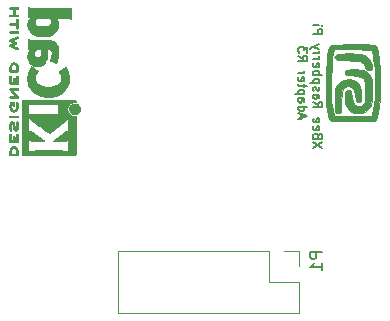
<source format=gbr>
%TF.GenerationSoftware,KiCad,Pcbnew,(5.1.10)-1*%
%TF.CreationDate,2021-09-03T10:18:15+02:00*%
%TF.ProjectId,Rpi_Adapter,5270695f-4164-4617-9074-65722e6b6963,2L_3*%
%TF.SameCoordinates,Original*%
%TF.FileFunction,Legend,Bot*%
%TF.FilePolarity,Positive*%
%FSLAX46Y46*%
G04 Gerber Fmt 4.6, Leading zero omitted, Abs format (unit mm)*
G04 Created by KiCad (PCBNEW (5.1.10)-1) date 2021-09-03 10:18:15*
%MOMM*%
%LPD*%
G01*
G04 APERTURE LIST*
%ADD10C,0.127000*%
%ADD11C,0.010000*%
%ADD12C,0.100000*%
%ADD13C,0.120000*%
%ADD14C,0.150000*%
G04 APERTURE END LIST*
D10*
X173462405Y-51162131D02*
X172700405Y-50654131D01*
X173462405Y-50654131D02*
X172700405Y-51162131D01*
X173099548Y-50109845D02*
X173063262Y-50000988D01*
X173026977Y-49964702D01*
X172954405Y-49928417D01*
X172845548Y-49928417D01*
X172772977Y-49964702D01*
X172736691Y-50000988D01*
X172700405Y-50073560D01*
X172700405Y-50363845D01*
X173462405Y-50363845D01*
X173462405Y-50109845D01*
X173426120Y-50037274D01*
X173389834Y-50000988D01*
X173317262Y-49964702D01*
X173244691Y-49964702D01*
X173172120Y-50000988D01*
X173135834Y-50037274D01*
X173099548Y-50109845D01*
X173099548Y-50363845D01*
X172736691Y-49311560D02*
X172700405Y-49384131D01*
X172700405Y-49529274D01*
X172736691Y-49601845D01*
X172809262Y-49638131D01*
X173099548Y-49638131D01*
X173172120Y-49601845D01*
X173208405Y-49529274D01*
X173208405Y-49384131D01*
X173172120Y-49311560D01*
X173099548Y-49275274D01*
X173026977Y-49275274D01*
X172954405Y-49638131D01*
X172736691Y-48658417D02*
X172700405Y-48730988D01*
X172700405Y-48876131D01*
X172736691Y-48948702D01*
X172809262Y-48984988D01*
X173099548Y-48984988D01*
X173172120Y-48948702D01*
X173208405Y-48876131D01*
X173208405Y-48730988D01*
X173172120Y-48658417D01*
X173099548Y-48622131D01*
X173026977Y-48622131D01*
X172954405Y-48984988D01*
X172700405Y-47279560D02*
X173063262Y-47533560D01*
X172700405Y-47714988D02*
X173462405Y-47714988D01*
X173462405Y-47424702D01*
X173426120Y-47352131D01*
X173389834Y-47315845D01*
X173317262Y-47279560D01*
X173208405Y-47279560D01*
X173135834Y-47315845D01*
X173099548Y-47352131D01*
X173063262Y-47424702D01*
X173063262Y-47714988D01*
X172700405Y-46626417D02*
X173099548Y-46626417D01*
X173172120Y-46662702D01*
X173208405Y-46735274D01*
X173208405Y-46880417D01*
X173172120Y-46952988D01*
X172736691Y-46626417D02*
X172700405Y-46698988D01*
X172700405Y-46880417D01*
X172736691Y-46952988D01*
X172809262Y-46989274D01*
X172881834Y-46989274D01*
X172954405Y-46952988D01*
X172990691Y-46880417D01*
X172990691Y-46698988D01*
X173026977Y-46626417D01*
X172736691Y-46299845D02*
X172700405Y-46227274D01*
X172700405Y-46082131D01*
X172736691Y-46009560D01*
X172809262Y-45973274D01*
X172845548Y-45973274D01*
X172918120Y-46009560D01*
X172954405Y-46082131D01*
X172954405Y-46190988D01*
X172990691Y-46263560D01*
X173063262Y-46299845D01*
X173099548Y-46299845D01*
X173172120Y-46263560D01*
X173208405Y-46190988D01*
X173208405Y-46082131D01*
X173172120Y-46009560D01*
X173208405Y-45646702D02*
X172446405Y-45646702D01*
X173172120Y-45646702D02*
X173208405Y-45574131D01*
X173208405Y-45428988D01*
X173172120Y-45356417D01*
X173135834Y-45320131D01*
X173063262Y-45283845D01*
X172845548Y-45283845D01*
X172772977Y-45320131D01*
X172736691Y-45356417D01*
X172700405Y-45428988D01*
X172700405Y-45574131D01*
X172736691Y-45646702D01*
X172700405Y-44957274D02*
X173462405Y-44957274D01*
X173172120Y-44957274D02*
X173208405Y-44884702D01*
X173208405Y-44739560D01*
X173172120Y-44666988D01*
X173135834Y-44630702D01*
X173063262Y-44594417D01*
X172845548Y-44594417D01*
X172772977Y-44630702D01*
X172736691Y-44666988D01*
X172700405Y-44739560D01*
X172700405Y-44884702D01*
X172736691Y-44957274D01*
X172736691Y-43977560D02*
X172700405Y-44050131D01*
X172700405Y-44195274D01*
X172736691Y-44267845D01*
X172809262Y-44304131D01*
X173099548Y-44304131D01*
X173172120Y-44267845D01*
X173208405Y-44195274D01*
X173208405Y-44050131D01*
X173172120Y-43977560D01*
X173099548Y-43941274D01*
X173026977Y-43941274D01*
X172954405Y-44304131D01*
X172700405Y-43614702D02*
X173208405Y-43614702D01*
X173063262Y-43614702D02*
X173135834Y-43578417D01*
X173172120Y-43542131D01*
X173208405Y-43469560D01*
X173208405Y-43396988D01*
X172700405Y-43142988D02*
X173208405Y-43142988D01*
X173063262Y-43142988D02*
X173135834Y-43106702D01*
X173172120Y-43070417D01*
X173208405Y-42997845D01*
X173208405Y-42925274D01*
X173208405Y-42743845D02*
X172700405Y-42562417D01*
X173208405Y-42380988D02*
X172700405Y-42562417D01*
X172518977Y-42634988D01*
X172482691Y-42671274D01*
X172446405Y-42743845D01*
X172700405Y-41510131D02*
X173462405Y-41510131D01*
X173462405Y-41219845D01*
X173426120Y-41147274D01*
X173389834Y-41110988D01*
X173317262Y-41074702D01*
X173208405Y-41074702D01*
X173135834Y-41110988D01*
X173099548Y-41147274D01*
X173063262Y-41219845D01*
X173063262Y-41510131D01*
X172700405Y-40748131D02*
X173208405Y-40748131D01*
X173462405Y-40748131D02*
X173426120Y-40784417D01*
X173389834Y-40748131D01*
X173426120Y-40711845D01*
X173462405Y-40748131D01*
X173389834Y-40748131D01*
X171648120Y-48658417D02*
X171648120Y-48295560D01*
X171430405Y-48730988D02*
X172192405Y-48476988D01*
X171430405Y-48222988D01*
X171430405Y-47642417D02*
X172192405Y-47642417D01*
X171466691Y-47642417D02*
X171430405Y-47714988D01*
X171430405Y-47860131D01*
X171466691Y-47932702D01*
X171502977Y-47968988D01*
X171575548Y-48005274D01*
X171793262Y-48005274D01*
X171865834Y-47968988D01*
X171902120Y-47932702D01*
X171938405Y-47860131D01*
X171938405Y-47714988D01*
X171902120Y-47642417D01*
X171430405Y-46952988D02*
X171829548Y-46952988D01*
X171902120Y-46989274D01*
X171938405Y-47061845D01*
X171938405Y-47206988D01*
X171902120Y-47279560D01*
X171466691Y-46952988D02*
X171430405Y-47025560D01*
X171430405Y-47206988D01*
X171466691Y-47279560D01*
X171539262Y-47315845D01*
X171611834Y-47315845D01*
X171684405Y-47279560D01*
X171720691Y-47206988D01*
X171720691Y-47025560D01*
X171756977Y-46952988D01*
X171938405Y-46590131D02*
X171176405Y-46590131D01*
X171902120Y-46590131D02*
X171938405Y-46517560D01*
X171938405Y-46372417D01*
X171902120Y-46299845D01*
X171865834Y-46263560D01*
X171793262Y-46227274D01*
X171575548Y-46227274D01*
X171502977Y-46263560D01*
X171466691Y-46299845D01*
X171430405Y-46372417D01*
X171430405Y-46517560D01*
X171466691Y-46590131D01*
X171938405Y-46009560D02*
X171938405Y-45719274D01*
X172192405Y-45900702D02*
X171539262Y-45900702D01*
X171466691Y-45864417D01*
X171430405Y-45791845D01*
X171430405Y-45719274D01*
X171466691Y-45174988D02*
X171430405Y-45247560D01*
X171430405Y-45392702D01*
X171466691Y-45465274D01*
X171539262Y-45501560D01*
X171829548Y-45501560D01*
X171902120Y-45465274D01*
X171938405Y-45392702D01*
X171938405Y-45247560D01*
X171902120Y-45174988D01*
X171829548Y-45138702D01*
X171756977Y-45138702D01*
X171684405Y-45501560D01*
X171430405Y-44812131D02*
X171938405Y-44812131D01*
X171793262Y-44812131D02*
X171865834Y-44775845D01*
X171902120Y-44739560D01*
X171938405Y-44666988D01*
X171938405Y-44594417D01*
X171430405Y-43324417D02*
X171793262Y-43578417D01*
X171430405Y-43759845D02*
X172192405Y-43759845D01*
X172192405Y-43469560D01*
X172156120Y-43396988D01*
X172119834Y-43360702D01*
X172047262Y-43324417D01*
X171938405Y-43324417D01*
X171865834Y-43360702D01*
X171829548Y-43396988D01*
X171793262Y-43469560D01*
X171793262Y-43759845D01*
X172192405Y-43070417D02*
X172192405Y-42598702D01*
X171902120Y-42852702D01*
X171902120Y-42743845D01*
X171865834Y-42671274D01*
X171829548Y-42634988D01*
X171756977Y-42598702D01*
X171575548Y-42598702D01*
X171502977Y-42634988D01*
X171466691Y-42671274D01*
X171430405Y-42743845D01*
X171430405Y-42961560D01*
X171466691Y-43034131D01*
X171502977Y-43070417D01*
D11*
%TO.C,Lg2*%
G36*
X147690030Y-51623061D02*
G01*
X147689629Y-51583579D01*
X147686837Y-51467890D01*
X147678546Y-51371001D01*
X147663864Y-51289609D01*
X147641903Y-51220413D01*
X147611774Y-51160110D01*
X147572586Y-51105398D01*
X147555564Y-51085857D01*
X147515733Y-51053440D01*
X147461683Y-51024210D01*
X147401773Y-51001681D01*
X147344357Y-50989369D01*
X147323140Y-50988090D01*
X147264327Y-50996107D01*
X147200083Y-51017589D01*
X147139275Y-51048689D01*
X147090766Y-51085556D01*
X147084914Y-51091544D01*
X147043775Y-51142269D01*
X147011661Y-51197815D01*
X146987731Y-51261386D01*
X146971143Y-51336184D01*
X146961055Y-51425412D01*
X146956627Y-51532272D01*
X146956251Y-51581218D01*
X146956551Y-51643452D01*
X146957804Y-51687218D01*
X146960542Y-51716621D01*
X146965295Y-51735769D01*
X146972595Y-51748767D01*
X146978829Y-51755735D01*
X146986402Y-51762316D01*
X146996172Y-51767478D01*
X147010756Y-51771393D01*
X147032770Y-51774233D01*
X147064832Y-51776170D01*
X147109560Y-51777374D01*
X147169570Y-51778018D01*
X147247479Y-51778273D01*
X147323140Y-51778312D01*
X147424055Y-51778560D01*
X147504669Y-51778507D01*
X147543274Y-51777547D01*
X147543274Y-51631557D01*
X147103007Y-51631557D01*
X147103092Y-51538424D01*
X147104700Y-51482383D01*
X147108840Y-51423689D01*
X147114632Y-51374718D01*
X147114870Y-51373228D01*
X147134006Y-51294082D01*
X147163809Y-51232692D01*
X147206218Y-51185995D01*
X147252135Y-51156325D01*
X147303070Y-51138043D01*
X147350896Y-51139461D01*
X147402163Y-51160678D01*
X147455197Y-51202179D01*
X147494496Y-51259688D01*
X147520765Y-51334440D01*
X147530061Y-51384398D01*
X147536589Y-51441106D01*
X147541314Y-51501209D01*
X147543279Y-51552329D01*
X147543288Y-51555357D01*
X147543274Y-51631557D01*
X147543274Y-51777547D01*
X147567245Y-51776950D01*
X147614041Y-51772688D01*
X147647318Y-51764520D01*
X147669337Y-51751246D01*
X147682357Y-51731664D01*
X147688639Y-51704573D01*
X147690443Y-51668772D01*
X147690030Y-51623061D01*
G37*
X147690030Y-51623061D02*
X147689629Y-51583579D01*
X147686837Y-51467890D01*
X147678546Y-51371001D01*
X147663864Y-51289609D01*
X147641903Y-51220413D01*
X147611774Y-51160110D01*
X147572586Y-51105398D01*
X147555564Y-51085857D01*
X147515733Y-51053440D01*
X147461683Y-51024210D01*
X147401773Y-51001681D01*
X147344357Y-50989369D01*
X147323140Y-50988090D01*
X147264327Y-50996107D01*
X147200083Y-51017589D01*
X147139275Y-51048689D01*
X147090766Y-51085556D01*
X147084914Y-51091544D01*
X147043775Y-51142269D01*
X147011661Y-51197815D01*
X146987731Y-51261386D01*
X146971143Y-51336184D01*
X146961055Y-51425412D01*
X146956627Y-51532272D01*
X146956251Y-51581218D01*
X146956551Y-51643452D01*
X146957804Y-51687218D01*
X146960542Y-51716621D01*
X146965295Y-51735769D01*
X146972595Y-51748767D01*
X146978829Y-51755735D01*
X146986402Y-51762316D01*
X146996172Y-51767478D01*
X147010756Y-51771393D01*
X147032770Y-51774233D01*
X147064832Y-51776170D01*
X147109560Y-51777374D01*
X147169570Y-51778018D01*
X147247479Y-51778273D01*
X147323140Y-51778312D01*
X147424055Y-51778560D01*
X147504669Y-51778507D01*
X147543274Y-51777547D01*
X147543274Y-51631557D01*
X147103007Y-51631557D01*
X147103092Y-51538424D01*
X147104700Y-51482383D01*
X147108840Y-51423689D01*
X147114632Y-51374718D01*
X147114870Y-51373228D01*
X147134006Y-51294082D01*
X147163809Y-51232692D01*
X147206218Y-51185995D01*
X147252135Y-51156325D01*
X147303070Y-51138043D01*
X147350896Y-51139461D01*
X147402163Y-51160678D01*
X147455197Y-51202179D01*
X147494496Y-51259688D01*
X147520765Y-51334440D01*
X147530061Y-51384398D01*
X147536589Y-51441106D01*
X147541314Y-51501209D01*
X147543279Y-51552329D01*
X147543288Y-51555357D01*
X147543274Y-51631557D01*
X147543274Y-51777547D01*
X147567245Y-51776950D01*
X147614041Y-51772688D01*
X147647318Y-51764520D01*
X147669337Y-51751246D01*
X147682357Y-51731664D01*
X147688639Y-51704573D01*
X147690443Y-51668772D01*
X147690030Y-51623061D01*
G36*
X147689950Y-50214484D02*
G01*
X147689578Y-50145076D01*
X147688711Y-50092687D01*
X147687150Y-50054537D01*
X147684693Y-50027849D01*
X147681139Y-50009843D01*
X147676286Y-49997739D01*
X147669935Y-49988759D01*
X147667012Y-49985508D01*
X147635954Y-49965733D01*
X147600268Y-49962172D01*
X147568586Y-49975181D01*
X147562183Y-49981196D01*
X147555975Y-49990925D01*
X147551186Y-50006591D01*
X147547582Y-50031098D01*
X147544932Y-50067351D01*
X147543001Y-50118255D01*
X147541557Y-50186716D01*
X147540678Y-50249307D01*
X147537629Y-50497024D01*
X147472718Y-50500409D01*
X147407807Y-50503795D01*
X147407807Y-50335648D01*
X147407177Y-50262649D01*
X147404543Y-50209207D01*
X147398787Y-50172318D01*
X147388792Y-50148978D01*
X147373440Y-50136184D01*
X147351614Y-50130932D01*
X147331358Y-50130135D01*
X147306504Y-50132613D01*
X147288190Y-50141967D01*
X147275459Y-50161073D01*
X147267355Y-50192808D01*
X147262920Y-50240049D01*
X147261197Y-50305673D01*
X147261051Y-50341491D01*
X147261051Y-50502668D01*
X147103007Y-50502668D01*
X147103007Y-50254312D01*
X147102894Y-50172903D01*
X147102384Y-50111032D01*
X147101226Y-50065658D01*
X147099166Y-50033744D01*
X147095950Y-50012249D01*
X147091324Y-49998133D01*
X147085037Y-49988358D01*
X147080429Y-49983379D01*
X147053536Y-49966300D01*
X147029629Y-49960801D01*
X147000429Y-49968653D01*
X146978829Y-49983379D01*
X146972030Y-49991236D01*
X146966750Y-50001378D01*
X146962798Y-50016534D01*
X146959983Y-50039431D01*
X146958114Y-50072799D01*
X146956998Y-50119365D01*
X146956445Y-50181857D01*
X146956263Y-50263004D01*
X146956251Y-50305112D01*
X146956331Y-50395288D01*
X146956698Y-50465614D01*
X146957544Y-50518819D01*
X146959060Y-50557630D01*
X146961437Y-50584777D01*
X146964867Y-50602988D01*
X146969542Y-50614990D01*
X146975652Y-50623512D01*
X146978829Y-50626846D01*
X146986426Y-50633445D01*
X146996226Y-50638617D01*
X147010857Y-50642536D01*
X147032944Y-50645374D01*
X147065114Y-50647305D01*
X147109993Y-50648502D01*
X147170207Y-50649138D01*
X147248383Y-50649387D01*
X147321173Y-50649424D01*
X147414389Y-50649390D01*
X147487665Y-50649155D01*
X147543638Y-50648520D01*
X147584945Y-50647284D01*
X147614224Y-50645246D01*
X147634112Y-50642207D01*
X147647246Y-50637967D01*
X147656264Y-50632325D01*
X147663803Y-50625081D01*
X147665484Y-50623296D01*
X147672924Y-50614635D01*
X147678687Y-50604572D01*
X147682984Y-50590315D01*
X147686032Y-50569073D01*
X147688045Y-50538054D01*
X147689236Y-50494467D01*
X147689821Y-50435521D01*
X147690013Y-50358424D01*
X147690029Y-50303691D01*
X147689950Y-50214484D01*
G37*
X147689950Y-50214484D02*
X147689578Y-50145076D01*
X147688711Y-50092687D01*
X147687150Y-50054537D01*
X147684693Y-50027849D01*
X147681139Y-50009843D01*
X147676286Y-49997739D01*
X147669935Y-49988759D01*
X147667012Y-49985508D01*
X147635954Y-49965733D01*
X147600268Y-49962172D01*
X147568586Y-49975181D01*
X147562183Y-49981196D01*
X147555975Y-49990925D01*
X147551186Y-50006591D01*
X147547582Y-50031098D01*
X147544932Y-50067351D01*
X147543001Y-50118255D01*
X147541557Y-50186716D01*
X147540678Y-50249307D01*
X147537629Y-50497024D01*
X147472718Y-50500409D01*
X147407807Y-50503795D01*
X147407807Y-50335648D01*
X147407177Y-50262649D01*
X147404543Y-50209207D01*
X147398787Y-50172318D01*
X147388792Y-50148978D01*
X147373440Y-50136184D01*
X147351614Y-50130932D01*
X147331358Y-50130135D01*
X147306504Y-50132613D01*
X147288190Y-50141967D01*
X147275459Y-50161073D01*
X147267355Y-50192808D01*
X147262920Y-50240049D01*
X147261197Y-50305673D01*
X147261051Y-50341491D01*
X147261051Y-50502668D01*
X147103007Y-50502668D01*
X147103007Y-50254312D01*
X147102894Y-50172903D01*
X147102384Y-50111032D01*
X147101226Y-50065658D01*
X147099166Y-50033744D01*
X147095950Y-50012249D01*
X147091324Y-49998133D01*
X147085037Y-49988358D01*
X147080429Y-49983379D01*
X147053536Y-49966300D01*
X147029629Y-49960801D01*
X147000429Y-49968653D01*
X146978829Y-49983379D01*
X146972030Y-49991236D01*
X146966750Y-50001378D01*
X146962798Y-50016534D01*
X146959983Y-50039431D01*
X146958114Y-50072799D01*
X146956998Y-50119365D01*
X146956445Y-50181857D01*
X146956263Y-50263004D01*
X146956251Y-50305112D01*
X146956331Y-50395288D01*
X146956698Y-50465614D01*
X146957544Y-50518819D01*
X146959060Y-50557630D01*
X146961437Y-50584777D01*
X146964867Y-50602988D01*
X146969542Y-50614990D01*
X146975652Y-50623512D01*
X146978829Y-50626846D01*
X146986426Y-50633445D01*
X146996226Y-50638617D01*
X147010857Y-50642536D01*
X147032944Y-50645374D01*
X147065114Y-50647305D01*
X147109993Y-50648502D01*
X147170207Y-50649138D01*
X147248383Y-50649387D01*
X147321173Y-50649424D01*
X147414389Y-50649390D01*
X147487665Y-50649155D01*
X147543638Y-50648520D01*
X147584945Y-50647284D01*
X147614224Y-50645246D01*
X147634112Y-50642207D01*
X147647246Y-50637967D01*
X147656264Y-50632325D01*
X147663803Y-50625081D01*
X147665484Y-50623296D01*
X147672924Y-50614635D01*
X147678687Y-50604572D01*
X147682984Y-50590315D01*
X147686032Y-50569073D01*
X147688045Y-50538054D01*
X147689236Y-50494467D01*
X147689821Y-50435521D01*
X147690013Y-50358424D01*
X147690029Y-50303691D01*
X147689950Y-50214484D01*
G36*
X147688745Y-49193393D02*
G01*
X147683515Y-49118578D01*
X147675346Y-49048996D01*
X147664546Y-48988692D01*
X147651423Y-48941710D01*
X147636283Y-48912096D01*
X147631827Y-48907550D01*
X147597246Y-48891744D01*
X147561745Y-48896537D01*
X147531371Y-48921054D01*
X147530500Y-48922224D01*
X147521142Y-48936644D01*
X147516220Y-48951698D01*
X147515623Y-48972695D01*
X147519235Y-49004947D01*
X147526942Y-49053763D01*
X147527591Y-49057690D01*
X147536527Y-49130429D01*
X147540935Y-49208907D01*
X147540977Y-49287617D01*
X147536817Y-49361051D01*
X147528617Y-49423701D01*
X147516539Y-49470060D01*
X147515325Y-49473106D01*
X147496481Y-49506738D01*
X147477411Y-49518554D01*
X147458657Y-49509304D01*
X147440759Y-49479737D01*
X147424259Y-49430601D01*
X147409700Y-49362647D01*
X147402690Y-49317335D01*
X147389207Y-49223146D01*
X147376882Y-49148234D01*
X147364647Y-49089407D01*
X147351435Y-49043475D01*
X147336179Y-49007245D01*
X147317811Y-48977528D01*
X147295265Y-48951132D01*
X147273125Y-48929920D01*
X147242277Y-48904755D01*
X147215751Y-48892371D01*
X147183070Y-48888498D01*
X147171101Y-48888357D01*
X147131384Y-48891266D01*
X147101837Y-48902892D01*
X147075610Y-48923013D01*
X147035520Y-48963906D01*
X147004947Y-49009507D01*
X146982893Y-49063203D01*
X146968361Y-49128382D01*
X146960355Y-49208434D01*
X146957878Y-49306747D01*
X146957919Y-49322979D01*
X146959278Y-49388539D01*
X146962366Y-49453556D01*
X146966740Y-49510942D01*
X146971956Y-49553612D01*
X146972555Y-49557062D01*
X146982605Y-49599486D01*
X146995300Y-49635470D01*
X147006906Y-49655840D01*
X147037524Y-49674797D01*
X147073178Y-49676117D01*
X147104952Y-49659775D01*
X147108545Y-49656119D01*
X147119220Y-49641005D01*
X147123820Y-49622105D01*
X147123037Y-49592852D01*
X147118969Y-49557341D01*
X147115334Y-49517660D01*
X147112268Y-49462035D01*
X147110043Y-49397096D01*
X147108932Y-49329475D01*
X147108859Y-49311690D01*
X147109132Y-49243818D01*
X147110450Y-49194144D01*
X147113269Y-49158300D01*
X147118046Y-49131914D01*
X147125239Y-49110616D01*
X147131229Y-49097816D01*
X147147863Y-49069690D01*
X147162928Y-49051758D01*
X147167199Y-49049137D01*
X147184833Y-49054666D01*
X147201904Y-49080950D01*
X147217638Y-49126168D01*
X147231258Y-49188498D01*
X147234292Y-49206861D01*
X147249358Y-49302780D01*
X147261950Y-49379331D01*
X147272985Y-49439470D01*
X147283376Y-49486150D01*
X147294040Y-49522327D01*
X147305891Y-49550955D01*
X147319845Y-49574988D01*
X147336815Y-49597382D01*
X147357718Y-49621092D01*
X147365047Y-49629070D01*
X147392397Y-49657043D01*
X147414067Y-49671850D01*
X147438864Y-49677642D01*
X147470113Y-49678579D01*
X147531391Y-49668265D01*
X147583456Y-49637442D01*
X147626138Y-49586285D01*
X147659271Y-49514973D01*
X147674132Y-49464090D01*
X147683730Y-49408790D01*
X147689160Y-49342543D01*
X147690729Y-49269396D01*
X147688745Y-49193393D01*
G37*
X147688745Y-49193393D02*
X147683515Y-49118578D01*
X147675346Y-49048996D01*
X147664546Y-48988692D01*
X147651423Y-48941710D01*
X147636283Y-48912096D01*
X147631827Y-48907550D01*
X147597246Y-48891744D01*
X147561745Y-48896537D01*
X147531371Y-48921054D01*
X147530500Y-48922224D01*
X147521142Y-48936644D01*
X147516220Y-48951698D01*
X147515623Y-48972695D01*
X147519235Y-49004947D01*
X147526942Y-49053763D01*
X147527591Y-49057690D01*
X147536527Y-49130429D01*
X147540935Y-49208907D01*
X147540977Y-49287617D01*
X147536817Y-49361051D01*
X147528617Y-49423701D01*
X147516539Y-49470060D01*
X147515325Y-49473106D01*
X147496481Y-49506738D01*
X147477411Y-49518554D01*
X147458657Y-49509304D01*
X147440759Y-49479737D01*
X147424259Y-49430601D01*
X147409700Y-49362647D01*
X147402690Y-49317335D01*
X147389207Y-49223146D01*
X147376882Y-49148234D01*
X147364647Y-49089407D01*
X147351435Y-49043475D01*
X147336179Y-49007245D01*
X147317811Y-48977528D01*
X147295265Y-48951132D01*
X147273125Y-48929920D01*
X147242277Y-48904755D01*
X147215751Y-48892371D01*
X147183070Y-48888498D01*
X147171101Y-48888357D01*
X147131384Y-48891266D01*
X147101837Y-48902892D01*
X147075610Y-48923013D01*
X147035520Y-48963906D01*
X147004947Y-49009507D01*
X146982893Y-49063203D01*
X146968361Y-49128382D01*
X146960355Y-49208434D01*
X146957878Y-49306747D01*
X146957919Y-49322979D01*
X146959278Y-49388539D01*
X146962366Y-49453556D01*
X146966740Y-49510942D01*
X146971956Y-49553612D01*
X146972555Y-49557062D01*
X146982605Y-49599486D01*
X146995300Y-49635470D01*
X147006906Y-49655840D01*
X147037524Y-49674797D01*
X147073178Y-49676117D01*
X147104952Y-49659775D01*
X147108545Y-49656119D01*
X147119220Y-49641005D01*
X147123820Y-49622105D01*
X147123037Y-49592852D01*
X147118969Y-49557341D01*
X147115334Y-49517660D01*
X147112268Y-49462035D01*
X147110043Y-49397096D01*
X147108932Y-49329475D01*
X147108859Y-49311690D01*
X147109132Y-49243818D01*
X147110450Y-49194144D01*
X147113269Y-49158300D01*
X147118046Y-49131914D01*
X147125239Y-49110616D01*
X147131229Y-49097816D01*
X147147863Y-49069690D01*
X147162928Y-49051758D01*
X147167199Y-49049137D01*
X147184833Y-49054666D01*
X147201904Y-49080950D01*
X147217638Y-49126168D01*
X147231258Y-49188498D01*
X147234292Y-49206861D01*
X147249358Y-49302780D01*
X147261950Y-49379331D01*
X147272985Y-49439470D01*
X147283376Y-49486150D01*
X147294040Y-49522327D01*
X147305891Y-49550955D01*
X147319845Y-49574988D01*
X147336815Y-49597382D01*
X147357718Y-49621092D01*
X147365047Y-49629070D01*
X147392397Y-49657043D01*
X147414067Y-49671850D01*
X147438864Y-49677642D01*
X147470113Y-49678579D01*
X147531391Y-49668265D01*
X147583456Y-49637442D01*
X147626138Y-49586285D01*
X147659271Y-49514973D01*
X147674132Y-49464090D01*
X147683730Y-49408790D01*
X147689160Y-49342543D01*
X147690729Y-49269396D01*
X147688745Y-49193393D01*
G36*
X147667451Y-48425512D02*
G01*
X147659878Y-48418932D01*
X147650109Y-48413769D01*
X147635525Y-48409854D01*
X147613511Y-48407014D01*
X147581448Y-48405077D01*
X147536721Y-48403873D01*
X147476711Y-48403229D01*
X147398802Y-48402974D01*
X147323140Y-48402935D01*
X147229294Y-48403004D01*
X147155407Y-48403328D01*
X147098864Y-48404076D01*
X147057047Y-48405422D01*
X147027339Y-48407536D01*
X147007123Y-48410590D01*
X146993782Y-48414756D01*
X146984698Y-48420206D01*
X146978829Y-48425512D01*
X146959149Y-48458516D01*
X146960915Y-48493681D01*
X146982379Y-48525145D01*
X146990759Y-48532374D01*
X147000482Y-48538024D01*
X147014235Y-48542289D01*
X147034707Y-48545363D01*
X147064584Y-48547442D01*
X147106555Y-48548720D01*
X147163307Y-48549391D01*
X147237529Y-48549649D01*
X147321559Y-48549690D01*
X147634611Y-48549690D01*
X147662320Y-48521981D01*
X147685633Y-48487827D01*
X147686473Y-48454696D01*
X147667451Y-48425512D01*
G37*
X147667451Y-48425512D02*
X147659878Y-48418932D01*
X147650109Y-48413769D01*
X147635525Y-48409854D01*
X147613511Y-48407014D01*
X147581448Y-48405077D01*
X147536721Y-48403873D01*
X147476711Y-48403229D01*
X147398802Y-48402974D01*
X147323140Y-48402935D01*
X147229294Y-48403004D01*
X147155407Y-48403328D01*
X147098864Y-48404076D01*
X147057047Y-48405422D01*
X147027339Y-48407536D01*
X147007123Y-48410590D01*
X146993782Y-48414756D01*
X146984698Y-48420206D01*
X146978829Y-48425512D01*
X146959149Y-48458516D01*
X146960915Y-48493681D01*
X146982379Y-48525145D01*
X146990759Y-48532374D01*
X147000482Y-48538024D01*
X147014235Y-48542289D01*
X147034707Y-48545363D01*
X147064584Y-48547442D01*
X147106555Y-48548720D01*
X147163307Y-48549391D01*
X147237529Y-48549649D01*
X147321559Y-48549690D01*
X147634611Y-48549690D01*
X147662320Y-48521981D01*
X147685633Y-48487827D01*
X147686473Y-48454696D01*
X147667451Y-48425512D01*
G36*
X147684497Y-47451771D02*
G01*
X147673001Y-47383255D01*
X147655129Y-47330633D01*
X147631597Y-47296398D01*
X147618172Y-47287069D01*
X147586948Y-47277583D01*
X147558701Y-47283967D01*
X147531914Y-47304120D01*
X147519383Y-47335435D01*
X147520400Y-47380873D01*
X147527190Y-47416016D01*
X147540125Y-47494109D01*
X147541354Y-47573916D01*
X147530855Y-47663245D01*
X147526406Y-47687919D01*
X147502988Y-47770981D01*
X147468151Y-47835963D01*
X147422492Y-47882151D01*
X147366602Y-47908835D01*
X147337708Y-47914353D01*
X147279084Y-47910741D01*
X147227217Y-47887419D01*
X147183118Y-47846514D01*
X147147797Y-47790149D01*
X147122267Y-47720450D01*
X147107537Y-47639542D01*
X147104618Y-47549550D01*
X147114521Y-47452600D01*
X147115455Y-47447126D01*
X147122637Y-47408565D01*
X147129575Y-47387184D01*
X147139869Y-47377917D01*
X147157120Y-47375696D01*
X147166255Y-47375646D01*
X147204607Y-47375646D01*
X147204607Y-47444121D01*
X147208749Y-47504590D01*
X147221949Y-47545855D01*
X147245366Y-47569865D01*
X147280160Y-47578567D01*
X147284702Y-47578673D01*
X147314442Y-47573582D01*
X147335677Y-47556123D01*
X147349730Y-47523629D01*
X147357923Y-47473433D01*
X147360935Y-47424813D01*
X147362663Y-47354146D01*
X147360026Y-47302888D01*
X147350296Y-47267929D01*
X147330743Y-47246160D01*
X147298640Y-47234470D01*
X147251258Y-47229750D01*
X147189025Y-47228890D01*
X147119561Y-47230299D01*
X147072310Y-47234538D01*
X147047084Y-47241626D01*
X147045108Y-47243001D01*
X147013588Y-47281918D01*
X146988626Y-47338976D01*
X146970756Y-47410559D01*
X146960510Y-47493048D01*
X146958423Y-47582829D01*
X146965028Y-47676282D01*
X146973140Y-47731246D01*
X146997542Y-47817456D01*
X147037434Y-47897582D01*
X147089209Y-47964667D01*
X147099557Y-47974863D01*
X147143061Y-48007992D01*
X147196978Y-48037884D01*
X147253504Y-48061047D01*
X147304837Y-48073988D01*
X147324552Y-48075548D01*
X147365677Y-48068908D01*
X147416844Y-48051258D01*
X147470702Y-48025987D01*
X147519901Y-47996479D01*
X147552762Y-47970409D01*
X147601644Y-47909455D01*
X147640551Y-47830659D01*
X147668602Y-47736847D01*
X147684917Y-47630840D01*
X147688904Y-47533690D01*
X147684497Y-47451771D01*
G37*
X147684497Y-47451771D02*
X147673001Y-47383255D01*
X147655129Y-47330633D01*
X147631597Y-47296398D01*
X147618172Y-47287069D01*
X147586948Y-47277583D01*
X147558701Y-47283967D01*
X147531914Y-47304120D01*
X147519383Y-47335435D01*
X147520400Y-47380873D01*
X147527190Y-47416016D01*
X147540125Y-47494109D01*
X147541354Y-47573916D01*
X147530855Y-47663245D01*
X147526406Y-47687919D01*
X147502988Y-47770981D01*
X147468151Y-47835963D01*
X147422492Y-47882151D01*
X147366602Y-47908835D01*
X147337708Y-47914353D01*
X147279084Y-47910741D01*
X147227217Y-47887419D01*
X147183118Y-47846514D01*
X147147797Y-47790149D01*
X147122267Y-47720450D01*
X147107537Y-47639542D01*
X147104618Y-47549550D01*
X147114521Y-47452600D01*
X147115455Y-47447126D01*
X147122637Y-47408565D01*
X147129575Y-47387184D01*
X147139869Y-47377917D01*
X147157120Y-47375696D01*
X147166255Y-47375646D01*
X147204607Y-47375646D01*
X147204607Y-47444121D01*
X147208749Y-47504590D01*
X147221949Y-47545855D01*
X147245366Y-47569865D01*
X147280160Y-47578567D01*
X147284702Y-47578673D01*
X147314442Y-47573582D01*
X147335677Y-47556123D01*
X147349730Y-47523629D01*
X147357923Y-47473433D01*
X147360935Y-47424813D01*
X147362663Y-47354146D01*
X147360026Y-47302888D01*
X147350296Y-47267929D01*
X147330743Y-47246160D01*
X147298640Y-47234470D01*
X147251258Y-47229750D01*
X147189025Y-47228890D01*
X147119561Y-47230299D01*
X147072310Y-47234538D01*
X147047084Y-47241626D01*
X147045108Y-47243001D01*
X147013588Y-47281918D01*
X146988626Y-47338976D01*
X146970756Y-47410559D01*
X146960510Y-47493048D01*
X146958423Y-47582829D01*
X146965028Y-47676282D01*
X146973140Y-47731246D01*
X146997542Y-47817456D01*
X147037434Y-47897582D01*
X147089209Y-47964667D01*
X147099557Y-47974863D01*
X147143061Y-48007992D01*
X147196978Y-48037884D01*
X147253504Y-48061047D01*
X147304837Y-48073988D01*
X147324552Y-48075548D01*
X147365677Y-48068908D01*
X147416844Y-48051258D01*
X147470702Y-48025987D01*
X147519901Y-47996479D01*
X147552762Y-47970409D01*
X147601644Y-47909455D01*
X147640551Y-47830659D01*
X147668602Y-47736847D01*
X147684917Y-47630840D01*
X147688904Y-47533690D01*
X147684497Y-47451771D01*
G36*
X147685648Y-46801804D02*
G01*
X147671823Y-46778238D01*
X147649215Y-46747425D01*
X147616758Y-46707768D01*
X147573388Y-46657670D01*
X147518038Y-46595533D01*
X147449645Y-46519762D01*
X147371012Y-46433024D01*
X147207218Y-46252401D01*
X147427067Y-46246757D01*
X147502745Y-46244719D01*
X147559102Y-46242753D01*
X147599390Y-46240424D01*
X147626861Y-46237296D01*
X147644767Y-46232935D01*
X147656359Y-46226906D01*
X147664888Y-46218774D01*
X147668473Y-46214462D01*
X147687426Y-46179931D01*
X147684655Y-46147073D01*
X147668463Y-46121008D01*
X147646897Y-46094357D01*
X147331945Y-46091042D01*
X147239317Y-46090125D01*
X147166552Y-46089658D01*
X147110935Y-46089803D01*
X147069754Y-46090722D01*
X147040293Y-46092577D01*
X147019841Y-46095529D01*
X147005683Y-46099740D01*
X146995105Y-46105372D01*
X146986622Y-46111617D01*
X146970889Y-46125129D01*
X146960460Y-46138573D01*
X146956457Y-46153814D01*
X146960002Y-46172716D01*
X146972217Y-46197145D01*
X146994225Y-46228963D01*
X147027147Y-46270038D01*
X147072105Y-46322232D01*
X147130221Y-46387412D01*
X147196997Y-46461246D01*
X147437638Y-46726535D01*
X147218507Y-46732179D01*
X147142968Y-46734221D01*
X147086742Y-46736192D01*
X147046572Y-46738529D01*
X147019200Y-46741671D01*
X147001368Y-46746054D01*
X146989817Y-46752114D01*
X146981289Y-46760290D01*
X146977814Y-46764474D01*
X146958724Y-46801455D01*
X146961603Y-46836398D01*
X146985996Y-46866826D01*
X146995810Y-46873787D01*
X147007270Y-46879213D01*
X147023128Y-46883293D01*
X147046133Y-46886219D01*
X147079034Y-46888182D01*
X147124580Y-46889373D01*
X147185523Y-46889982D01*
X147264610Y-46890201D01*
X147323140Y-46890224D01*
X147414689Y-46890150D01*
X147486409Y-46889803D01*
X147541051Y-46888991D01*
X147581364Y-46887523D01*
X147610098Y-46885209D01*
X147630003Y-46881857D01*
X147643828Y-46877278D01*
X147654324Y-46871279D01*
X147660285Y-46866826D01*
X147674405Y-46855540D01*
X147685067Y-46844991D01*
X147691204Y-46833583D01*
X147691753Y-46819720D01*
X147685648Y-46801804D01*
G37*
X147685648Y-46801804D02*
X147671823Y-46778238D01*
X147649215Y-46747425D01*
X147616758Y-46707768D01*
X147573388Y-46657670D01*
X147518038Y-46595533D01*
X147449645Y-46519762D01*
X147371012Y-46433024D01*
X147207218Y-46252401D01*
X147427067Y-46246757D01*
X147502745Y-46244719D01*
X147559102Y-46242753D01*
X147599390Y-46240424D01*
X147626861Y-46237296D01*
X147644767Y-46232935D01*
X147656359Y-46226906D01*
X147664888Y-46218774D01*
X147668473Y-46214462D01*
X147687426Y-46179931D01*
X147684655Y-46147073D01*
X147668463Y-46121008D01*
X147646897Y-46094357D01*
X147331945Y-46091042D01*
X147239317Y-46090125D01*
X147166552Y-46089658D01*
X147110935Y-46089803D01*
X147069754Y-46090722D01*
X147040293Y-46092577D01*
X147019841Y-46095529D01*
X147005683Y-46099740D01*
X146995105Y-46105372D01*
X146986622Y-46111617D01*
X146970889Y-46125129D01*
X146960460Y-46138573D01*
X146956457Y-46153814D01*
X146960002Y-46172716D01*
X146972217Y-46197145D01*
X146994225Y-46228963D01*
X147027147Y-46270038D01*
X147072105Y-46322232D01*
X147130221Y-46387412D01*
X147196997Y-46461246D01*
X147437638Y-46726535D01*
X147218507Y-46732179D01*
X147142968Y-46734221D01*
X147086742Y-46736192D01*
X147046572Y-46738529D01*
X147019200Y-46741671D01*
X147001368Y-46746054D01*
X146989817Y-46752114D01*
X146981289Y-46760290D01*
X146977814Y-46764474D01*
X146958724Y-46801455D01*
X146961603Y-46836398D01*
X146985996Y-46866826D01*
X146995810Y-46873787D01*
X147007270Y-46879213D01*
X147023128Y-46883293D01*
X147046133Y-46886219D01*
X147079034Y-46888182D01*
X147124580Y-46889373D01*
X147185523Y-46889982D01*
X147264610Y-46890201D01*
X147323140Y-46890224D01*
X147414689Y-46890150D01*
X147486409Y-46889803D01*
X147541051Y-46888991D01*
X147581364Y-46887523D01*
X147610098Y-46885209D01*
X147630003Y-46881857D01*
X147643828Y-46877278D01*
X147654324Y-46871279D01*
X147660285Y-46866826D01*
X147674405Y-46855540D01*
X147685067Y-46844991D01*
X147691204Y-46833583D01*
X147691753Y-46819720D01*
X147685648Y-46801804D01*
G36*
X147689836Y-45271347D02*
G01*
X147688922Y-45194989D01*
X147686785Y-45136473D01*
X147682921Y-45093435D01*
X147676829Y-45063507D01*
X147668006Y-45044322D01*
X147655950Y-45033514D01*
X147640157Y-45028717D01*
X147620126Y-45027563D01*
X147617761Y-45027557D01*
X147595104Y-45028559D01*
X147577593Y-45033294D01*
X147564522Y-45044357D01*
X147555183Y-45064342D01*
X147548869Y-45095844D01*
X147544874Y-45141458D01*
X147542490Y-45203777D01*
X147541010Y-45285397D01*
X147540682Y-45310413D01*
X147537629Y-45552490D01*
X147472718Y-45555876D01*
X147407807Y-45559261D01*
X147407807Y-45391114D01*
X147407565Y-45325424D01*
X147406540Y-45278518D01*
X147404285Y-45246607D01*
X147400354Y-45225899D01*
X147394298Y-45212606D01*
X147385672Y-45202935D01*
X147385603Y-45202873D01*
X147351984Y-45185334D01*
X147315648Y-45185968D01*
X147284673Y-45204376D01*
X147281489Y-45208019D01*
X147273284Y-45220949D01*
X147267575Y-45238666D01*
X147263934Y-45265120D01*
X147261929Y-45304258D01*
X147261132Y-45360028D01*
X147261051Y-45395696D01*
X147261051Y-45558135D01*
X147103007Y-45558135D01*
X147103007Y-45311529D01*
X147102865Y-45230110D01*
X147102282Y-45168280D01*
X147101028Y-45123053D01*
X147098869Y-45091442D01*
X147095573Y-45070459D01*
X147090907Y-45057117D01*
X147084639Y-45048429D01*
X147082363Y-45046240D01*
X147050816Y-45030076D01*
X147014928Y-45028893D01*
X146983811Y-45042154D01*
X146973825Y-45052647D01*
X146968327Y-45063561D01*
X146964074Y-45080473D01*
X146960916Y-45106057D01*
X146958704Y-45142989D01*
X146957290Y-45193944D01*
X146956524Y-45261596D01*
X146956258Y-45348621D01*
X146956251Y-45368296D01*
X146956309Y-45456779D01*
X146956629Y-45525463D01*
X146957429Y-45577126D01*
X146958929Y-45614545D01*
X146961347Y-45640500D01*
X146964902Y-45657768D01*
X146969814Y-45669128D01*
X146976301Y-45677358D01*
X146980958Y-45681873D01*
X146989207Y-45688669D01*
X146999427Y-45693978D01*
X147014296Y-45697984D01*
X147036494Y-45700869D01*
X147068703Y-45702816D01*
X147113600Y-45704009D01*
X147173868Y-45704629D01*
X147252185Y-45704861D01*
X147318102Y-45704890D01*
X147410468Y-45704819D01*
X147482979Y-45704482D01*
X147538359Y-45703692D01*
X147579331Y-45702264D01*
X147608618Y-45700011D01*
X147628943Y-45696747D01*
X147643030Y-45692286D01*
X147653601Y-45686442D01*
X147660285Y-45681493D01*
X147690029Y-45658096D01*
X147690029Y-45367916D01*
X147689836Y-45271347D01*
G37*
X147689836Y-45271347D02*
X147688922Y-45194989D01*
X147686785Y-45136473D01*
X147682921Y-45093435D01*
X147676829Y-45063507D01*
X147668006Y-45044322D01*
X147655950Y-45033514D01*
X147640157Y-45028717D01*
X147620126Y-45027563D01*
X147617761Y-45027557D01*
X147595104Y-45028559D01*
X147577593Y-45033294D01*
X147564522Y-45044357D01*
X147555183Y-45064342D01*
X147548869Y-45095844D01*
X147544874Y-45141458D01*
X147542490Y-45203777D01*
X147541010Y-45285397D01*
X147540682Y-45310413D01*
X147537629Y-45552490D01*
X147472718Y-45555876D01*
X147407807Y-45559261D01*
X147407807Y-45391114D01*
X147407565Y-45325424D01*
X147406540Y-45278518D01*
X147404285Y-45246607D01*
X147400354Y-45225899D01*
X147394298Y-45212606D01*
X147385672Y-45202935D01*
X147385603Y-45202873D01*
X147351984Y-45185334D01*
X147315648Y-45185968D01*
X147284673Y-45204376D01*
X147281489Y-45208019D01*
X147273284Y-45220949D01*
X147267575Y-45238666D01*
X147263934Y-45265120D01*
X147261929Y-45304258D01*
X147261132Y-45360028D01*
X147261051Y-45395696D01*
X147261051Y-45558135D01*
X147103007Y-45558135D01*
X147103007Y-45311529D01*
X147102865Y-45230110D01*
X147102282Y-45168280D01*
X147101028Y-45123053D01*
X147098869Y-45091442D01*
X147095573Y-45070459D01*
X147090907Y-45057117D01*
X147084639Y-45048429D01*
X147082363Y-45046240D01*
X147050816Y-45030076D01*
X147014928Y-45028893D01*
X146983811Y-45042154D01*
X146973825Y-45052647D01*
X146968327Y-45063561D01*
X146964074Y-45080473D01*
X146960916Y-45106057D01*
X146958704Y-45142989D01*
X146957290Y-45193944D01*
X146956524Y-45261596D01*
X146956258Y-45348621D01*
X146956251Y-45368296D01*
X146956309Y-45456779D01*
X146956629Y-45525463D01*
X146957429Y-45577126D01*
X146958929Y-45614545D01*
X146961347Y-45640500D01*
X146964902Y-45657768D01*
X146969814Y-45669128D01*
X146976301Y-45677358D01*
X146980958Y-45681873D01*
X146989207Y-45688669D01*
X146999427Y-45693978D01*
X147014296Y-45697984D01*
X147036494Y-45700869D01*
X147068703Y-45702816D01*
X147113600Y-45704009D01*
X147173868Y-45704629D01*
X147252185Y-45704861D01*
X147318102Y-45704890D01*
X147410468Y-45704819D01*
X147482979Y-45704482D01*
X147538359Y-45703692D01*
X147579331Y-45702264D01*
X147608618Y-45700011D01*
X147628943Y-45696747D01*
X147643030Y-45692286D01*
X147653601Y-45686442D01*
X147660285Y-45681493D01*
X147690029Y-45658096D01*
X147690029Y-45367916D01*
X147689836Y-45271347D01*
G36*
X147689821Y-44483381D02*
G01*
X147685460Y-44354402D01*
X147672235Y-44244699D01*
X147649355Y-44152464D01*
X147616026Y-44075888D01*
X147571458Y-44013163D01*
X147514860Y-43962478D01*
X147445438Y-43922027D01*
X147443745Y-43921231D01*
X147381613Y-43897089D01*
X147326587Y-43888487D01*
X147271209Y-43895459D01*
X147208023Y-43918036D01*
X147198407Y-43922318D01*
X147142130Y-43951518D01*
X147098645Y-43984334D01*
X147061679Y-44026688D01*
X147024961Y-44084500D01*
X147023044Y-44087859D01*
X146998869Y-44138186D01*
X146980814Y-44195069D01*
X146968257Y-44262163D01*
X146960574Y-44343125D01*
X146957143Y-44441608D01*
X146956845Y-44476404D01*
X146956251Y-44642096D01*
X146985996Y-44665493D01*
X146995777Y-44672433D01*
X147007199Y-44677848D01*
X147023001Y-44681925D01*
X147045921Y-44684853D01*
X147078700Y-44686823D01*
X147103007Y-44687465D01*
X147103007Y-44530846D01*
X147103007Y-44436964D01*
X147104613Y-44382026D01*
X147108841Y-44325630D01*
X147114804Y-44279345D01*
X147115306Y-44276551D01*
X147137360Y-44194342D01*
X147170496Y-44130576D01*
X147216249Y-44083238D01*
X147276157Y-44050308D01*
X147292035Y-44044582D01*
X147316763Y-44038969D01*
X147341194Y-44041399D01*
X147373696Y-44053223D01*
X147389662Y-44060350D01*
X147432090Y-44083690D01*
X147461856Y-44111810D01*
X147482585Y-44142750D01*
X147509559Y-44204724D01*
X147529098Y-44284039D01*
X147540350Y-44376437D01*
X147542826Y-44443357D01*
X147543274Y-44530846D01*
X147103007Y-44530846D01*
X147103007Y-44687465D01*
X147124075Y-44688022D01*
X147184785Y-44688640D01*
X147263570Y-44688865D01*
X147325176Y-44688890D01*
X147634611Y-44688890D01*
X147662320Y-44661181D01*
X147673552Y-44648884D01*
X147681243Y-44635587D01*
X147686056Y-44617018D01*
X147688650Y-44588904D01*
X147689686Y-44546973D01*
X147689826Y-44486953D01*
X147689821Y-44483381D01*
G37*
X147689821Y-44483381D02*
X147685460Y-44354402D01*
X147672235Y-44244699D01*
X147649355Y-44152464D01*
X147616026Y-44075888D01*
X147571458Y-44013163D01*
X147514860Y-43962478D01*
X147445438Y-43922027D01*
X147443745Y-43921231D01*
X147381613Y-43897089D01*
X147326587Y-43888487D01*
X147271209Y-43895459D01*
X147208023Y-43918036D01*
X147198407Y-43922318D01*
X147142130Y-43951518D01*
X147098645Y-43984334D01*
X147061679Y-44026688D01*
X147024961Y-44084500D01*
X147023044Y-44087859D01*
X146998869Y-44138186D01*
X146980814Y-44195069D01*
X146968257Y-44262163D01*
X146960574Y-44343125D01*
X146957143Y-44441608D01*
X146956845Y-44476404D01*
X146956251Y-44642096D01*
X146985996Y-44665493D01*
X146995777Y-44672433D01*
X147007199Y-44677848D01*
X147023001Y-44681925D01*
X147045921Y-44684853D01*
X147078700Y-44686823D01*
X147103007Y-44687465D01*
X147103007Y-44530846D01*
X147103007Y-44436964D01*
X147104613Y-44382026D01*
X147108841Y-44325630D01*
X147114804Y-44279345D01*
X147115306Y-44276551D01*
X147137360Y-44194342D01*
X147170496Y-44130576D01*
X147216249Y-44083238D01*
X147276157Y-44050308D01*
X147292035Y-44044582D01*
X147316763Y-44038969D01*
X147341194Y-44041399D01*
X147373696Y-44053223D01*
X147389662Y-44060350D01*
X147432090Y-44083690D01*
X147461856Y-44111810D01*
X147482585Y-44142750D01*
X147509559Y-44204724D01*
X147529098Y-44284039D01*
X147540350Y-44376437D01*
X147542826Y-44443357D01*
X147543274Y-44530846D01*
X147103007Y-44530846D01*
X147103007Y-44687465D01*
X147124075Y-44688022D01*
X147184785Y-44688640D01*
X147263570Y-44688865D01*
X147325176Y-44688890D01*
X147634611Y-44688890D01*
X147662320Y-44661181D01*
X147673552Y-44648884D01*
X147681243Y-44635587D01*
X147686056Y-44617018D01*
X147688650Y-44588904D01*
X147689686Y-44546973D01*
X147689826Y-44486953D01*
X147689821Y-44483381D01*
G36*
X147688062Y-41757025D02*
G01*
X147681061Y-41737435D01*
X147680719Y-41736680D01*
X147660418Y-41710077D01*
X147639535Y-41695420D01*
X147629744Y-41692552D01*
X147616735Y-41692694D01*
X147598201Y-41696729D01*
X147571839Y-41705544D01*
X147535344Y-41720021D01*
X147486409Y-41741045D01*
X147422731Y-41769502D01*
X147342003Y-41806275D01*
X147297880Y-41826515D01*
X147219111Y-41863065D01*
X147146673Y-41897375D01*
X147083216Y-41928138D01*
X147031388Y-41954042D01*
X146993837Y-41973780D01*
X146973212Y-41986040D01*
X146970363Y-41988466D01*
X146957794Y-42019507D01*
X146959477Y-42054569D01*
X146974764Y-42082690D01*
X146976007Y-42083836D01*
X146992942Y-42095022D01*
X147025926Y-42113786D01*
X147070716Y-42137815D01*
X147123064Y-42164793D01*
X147142354Y-42174489D01*
X147288946Y-42247676D01*
X147129703Y-42327450D01*
X147074681Y-42355923D01*
X147026964Y-42382340D01*
X146990203Y-42404542D01*
X146968052Y-42420371D01*
X146963355Y-42425736D01*
X146956994Y-42467433D01*
X146970363Y-42501841D01*
X146984650Y-42511962D01*
X147016404Y-42529476D01*
X147062499Y-42552955D01*
X147119811Y-42580970D01*
X147185216Y-42612091D01*
X147255589Y-42644891D01*
X147327805Y-42677940D01*
X147398741Y-42709809D01*
X147465271Y-42739071D01*
X147524270Y-42764295D01*
X147572615Y-42784054D01*
X147607181Y-42796918D01*
X147624843Y-42801459D01*
X147625483Y-42801413D01*
X147647708Y-42790364D01*
X147670343Y-42768280D01*
X147671328Y-42766980D01*
X147686671Y-42739837D01*
X147686522Y-42714732D01*
X147683630Y-42705322D01*
X147677378Y-42693856D01*
X147665082Y-42681680D01*
X147644188Y-42667333D01*
X147612147Y-42649354D01*
X147566408Y-42626283D01*
X147504419Y-42596660D01*
X147447198Y-42569945D01*
X147380870Y-42539210D01*
X147321222Y-42511669D01*
X147271371Y-42488752D01*
X147234432Y-42471892D01*
X147213523Y-42462517D01*
X147210251Y-42461150D01*
X147215599Y-42455001D01*
X147237987Y-42440868D01*
X147274150Y-42420633D01*
X147320819Y-42396175D01*
X147340074Y-42386442D01*
X147405092Y-42353473D01*
X147452442Y-42328047D01*
X147484877Y-42308078D01*
X147505150Y-42291480D01*
X147516014Y-42276166D01*
X147520221Y-42260050D01*
X147520696Y-42249547D01*
X147519054Y-42231020D01*
X147512265Y-42214786D01*
X147497530Y-42198655D01*
X147472052Y-42180439D01*
X147433035Y-42157951D01*
X147377682Y-42129001D01*
X147346193Y-42113028D01*
X147296009Y-42087120D01*
X147254392Y-42064523D01*
X147224854Y-42047232D01*
X147210907Y-42037240D01*
X147210326Y-42035881D01*
X147221303Y-42029429D01*
X147249806Y-42014982D01*
X147292852Y-41993987D01*
X147347458Y-41967893D01*
X147410642Y-41938144D01*
X147442025Y-41923510D01*
X147523018Y-41885440D01*
X147585340Y-41854785D01*
X147631025Y-41829953D01*
X147662107Y-41809353D01*
X147680618Y-41791392D01*
X147688592Y-41774480D01*
X147688062Y-41757025D01*
G37*
X147688062Y-41757025D02*
X147681061Y-41737435D01*
X147680719Y-41736680D01*
X147660418Y-41710077D01*
X147639535Y-41695420D01*
X147629744Y-41692552D01*
X147616735Y-41692694D01*
X147598201Y-41696729D01*
X147571839Y-41705544D01*
X147535344Y-41720021D01*
X147486409Y-41741045D01*
X147422731Y-41769502D01*
X147342003Y-41806275D01*
X147297880Y-41826515D01*
X147219111Y-41863065D01*
X147146673Y-41897375D01*
X147083216Y-41928138D01*
X147031388Y-41954042D01*
X146993837Y-41973780D01*
X146973212Y-41986040D01*
X146970363Y-41988466D01*
X146957794Y-42019507D01*
X146959477Y-42054569D01*
X146974764Y-42082690D01*
X146976007Y-42083836D01*
X146992942Y-42095022D01*
X147025926Y-42113786D01*
X147070716Y-42137815D01*
X147123064Y-42164793D01*
X147142354Y-42174489D01*
X147288946Y-42247676D01*
X147129703Y-42327450D01*
X147074681Y-42355923D01*
X147026964Y-42382340D01*
X146990203Y-42404542D01*
X146968052Y-42420371D01*
X146963355Y-42425736D01*
X146956994Y-42467433D01*
X146970363Y-42501841D01*
X146984650Y-42511962D01*
X147016404Y-42529476D01*
X147062499Y-42552955D01*
X147119811Y-42580970D01*
X147185216Y-42612091D01*
X147255589Y-42644891D01*
X147327805Y-42677940D01*
X147398741Y-42709809D01*
X147465271Y-42739071D01*
X147524270Y-42764295D01*
X147572615Y-42784054D01*
X147607181Y-42796918D01*
X147624843Y-42801459D01*
X147625483Y-42801413D01*
X147647708Y-42790364D01*
X147670343Y-42768280D01*
X147671328Y-42766980D01*
X147686671Y-42739837D01*
X147686522Y-42714732D01*
X147683630Y-42705322D01*
X147677378Y-42693856D01*
X147665082Y-42681680D01*
X147644188Y-42667333D01*
X147612147Y-42649354D01*
X147566408Y-42626283D01*
X147504419Y-42596660D01*
X147447198Y-42569945D01*
X147380870Y-42539210D01*
X147321222Y-42511669D01*
X147271371Y-42488752D01*
X147234432Y-42471892D01*
X147213523Y-42462517D01*
X147210251Y-42461150D01*
X147215599Y-42455001D01*
X147237987Y-42440868D01*
X147274150Y-42420633D01*
X147320819Y-42396175D01*
X147340074Y-42386442D01*
X147405092Y-42353473D01*
X147452442Y-42328047D01*
X147484877Y-42308078D01*
X147505150Y-42291480D01*
X147516014Y-42276166D01*
X147520221Y-42260050D01*
X147520696Y-42249547D01*
X147519054Y-42231020D01*
X147512265Y-42214786D01*
X147497530Y-42198655D01*
X147472052Y-42180439D01*
X147433035Y-42157951D01*
X147377682Y-42129001D01*
X147346193Y-42113028D01*
X147296009Y-42087120D01*
X147254392Y-42064523D01*
X147224854Y-42047232D01*
X147210907Y-42037240D01*
X147210326Y-42035881D01*
X147221303Y-42029429D01*
X147249806Y-42014982D01*
X147292852Y-41993987D01*
X147347458Y-41967893D01*
X147410642Y-41938144D01*
X147442025Y-41923510D01*
X147523018Y-41885440D01*
X147585340Y-41854785D01*
X147631025Y-41829953D01*
X147662107Y-41809353D01*
X147680618Y-41791392D01*
X147688592Y-41774480D01*
X147688062Y-41757025D01*
G36*
X147683219Y-41313076D02*
G01*
X147668449Y-41289363D01*
X147646869Y-41262712D01*
X147325323Y-41262712D01*
X147231266Y-41262797D01*
X147157164Y-41263161D01*
X147100392Y-41263966D01*
X147058328Y-41265377D01*
X147028348Y-41267557D01*
X147007829Y-41270669D01*
X146994147Y-41274876D01*
X146984680Y-41280342D01*
X146980014Y-41284218D01*
X146959521Y-41315656D01*
X146960357Y-41351457D01*
X146977832Y-41382817D01*
X146999412Y-41409468D01*
X147646869Y-41409468D01*
X147668449Y-41382817D01*
X147684147Y-41357096D01*
X147690029Y-41336090D01*
X147683219Y-41313076D01*
G37*
X147683219Y-41313076D02*
X147668449Y-41289363D01*
X147646869Y-41262712D01*
X147325323Y-41262712D01*
X147231266Y-41262797D01*
X147157164Y-41263161D01*
X147100392Y-41263966D01*
X147058328Y-41265377D01*
X147028348Y-41267557D01*
X147007829Y-41270669D01*
X146994147Y-41274876D01*
X146984680Y-41280342D01*
X146980014Y-41284218D01*
X146959521Y-41315656D01*
X146960357Y-41351457D01*
X146977832Y-41382817D01*
X146999412Y-41409468D01*
X147646869Y-41409468D01*
X147668449Y-41382817D01*
X147684147Y-41357096D01*
X147690029Y-41336090D01*
X147683219Y-41313076D01*
G36*
X147689933Y-40538625D02*
G01*
X147689554Y-40459918D01*
X147688763Y-40398827D01*
X147687426Y-40352873D01*
X147685413Y-40319576D01*
X147682590Y-40296454D01*
X147678827Y-40281028D01*
X147673991Y-40270819D01*
X147670274Y-40265877D01*
X147637738Y-40240233D01*
X147603958Y-40237131D01*
X147573270Y-40252979D01*
X147561007Y-40263342D01*
X147552646Y-40274494D01*
X147547439Y-40290655D01*
X147544639Y-40316048D01*
X147543500Y-40354892D01*
X147543275Y-40411410D01*
X147543274Y-40422510D01*
X147543274Y-40568446D01*
X147272340Y-40568446D01*
X147186942Y-40568542D01*
X147121232Y-40568979D01*
X147072322Y-40569978D01*
X147037323Y-40571762D01*
X147013347Y-40574553D01*
X146997503Y-40578573D01*
X146986905Y-40584045D01*
X146978829Y-40591024D01*
X146958984Y-40623956D01*
X146960548Y-40658336D01*
X146983190Y-40689514D01*
X146985996Y-40691804D01*
X146996604Y-40699261D01*
X147009015Y-40704943D01*
X147026246Y-40709089D01*
X147051312Y-40711940D01*
X147087229Y-40713736D01*
X147137013Y-40714718D01*
X147203679Y-40715126D01*
X147279507Y-40715201D01*
X147543274Y-40715201D01*
X147543274Y-40854563D01*
X147543678Y-40914368D01*
X147545256Y-40955772D01*
X147548549Y-40982942D01*
X147554104Y-41000044D01*
X147562465Y-41011247D01*
X147563918Y-41012607D01*
X147597157Y-41028965D01*
X147634734Y-41027518D01*
X147667451Y-41008712D01*
X147673798Y-41001440D01*
X147678830Y-40992063D01*
X147682700Y-40978081D01*
X147685559Y-40956994D01*
X147687561Y-40926301D01*
X147688857Y-40883501D01*
X147689598Y-40826095D01*
X147689938Y-40751580D01*
X147690028Y-40657457D01*
X147690029Y-40637430D01*
X147689933Y-40538625D01*
G37*
X147689933Y-40538625D02*
X147689554Y-40459918D01*
X147688763Y-40398827D01*
X147687426Y-40352873D01*
X147685413Y-40319576D01*
X147682590Y-40296454D01*
X147678827Y-40281028D01*
X147673991Y-40270819D01*
X147670274Y-40265877D01*
X147637738Y-40240233D01*
X147603958Y-40237131D01*
X147573270Y-40252979D01*
X147561007Y-40263342D01*
X147552646Y-40274494D01*
X147547439Y-40290655D01*
X147544639Y-40316048D01*
X147543500Y-40354892D01*
X147543275Y-40411410D01*
X147543274Y-40422510D01*
X147543274Y-40568446D01*
X147272340Y-40568446D01*
X147186942Y-40568542D01*
X147121232Y-40568979D01*
X147072322Y-40569978D01*
X147037323Y-40571762D01*
X147013347Y-40574553D01*
X146997503Y-40578573D01*
X146986905Y-40584045D01*
X146978829Y-40591024D01*
X146958984Y-40623956D01*
X146960548Y-40658336D01*
X146983190Y-40689514D01*
X146985996Y-40691804D01*
X146996604Y-40699261D01*
X147009015Y-40704943D01*
X147026246Y-40709089D01*
X147051312Y-40711940D01*
X147087229Y-40713736D01*
X147137013Y-40714718D01*
X147203679Y-40715126D01*
X147279507Y-40715201D01*
X147543274Y-40715201D01*
X147543274Y-40854563D01*
X147543678Y-40914368D01*
X147545256Y-40955772D01*
X147548549Y-40982942D01*
X147554104Y-41000044D01*
X147562465Y-41011247D01*
X147563918Y-41012607D01*
X147597157Y-41028965D01*
X147634734Y-41027518D01*
X147667451Y-41008712D01*
X147673798Y-41001440D01*
X147678830Y-40992063D01*
X147682700Y-40978081D01*
X147685559Y-40956994D01*
X147687561Y-40926301D01*
X147688857Y-40883501D01*
X147689598Y-40826095D01*
X147689938Y-40751580D01*
X147690028Y-40657457D01*
X147690029Y-40637430D01*
X147689933Y-40538625D01*
G36*
X147684563Y-39272867D02*
G01*
X147662320Y-39241488D01*
X147634611Y-39213779D01*
X147325176Y-39213779D01*
X147233297Y-39213852D01*
X147161256Y-39214195D01*
X147106316Y-39214998D01*
X147065736Y-39216449D01*
X147036779Y-39218738D01*
X147016705Y-39222054D01*
X147002775Y-39226585D01*
X146992251Y-39232521D01*
X146985996Y-39237176D01*
X146961423Y-39267907D01*
X146958755Y-39303194D01*
X146973825Y-39335445D01*
X146982722Y-39346102D01*
X146994539Y-39353226D01*
X147013570Y-39357523D01*
X147044104Y-39359699D01*
X147090434Y-39360462D01*
X147126225Y-39360535D01*
X147261051Y-39360535D01*
X147261051Y-39857246D01*
X147138396Y-39857246D01*
X147082309Y-39857759D01*
X147043763Y-39859814D01*
X147017735Y-39864182D01*
X146999199Y-39871634D01*
X146985996Y-39880643D01*
X146961492Y-39911546D01*
X146958590Y-39946494D01*
X146976007Y-39979952D01*
X146985137Y-39989086D01*
X146997241Y-39995538D01*
X147016095Y-39999793D01*
X147045476Y-40002338D01*
X147089159Y-40003661D01*
X147150921Y-40004247D01*
X147165096Y-40004315D01*
X147281465Y-40004799D01*
X147377369Y-40005049D01*
X147454919Y-40004967D01*
X147516227Y-40004459D01*
X147563406Y-40003428D01*
X147598566Y-40001777D01*
X147623820Y-39999411D01*
X147641279Y-39996233D01*
X147653055Y-39992146D01*
X147661261Y-39987056D01*
X147667451Y-39981424D01*
X147687252Y-39949562D01*
X147684563Y-39916333D01*
X147662320Y-39884955D01*
X147647970Y-39872257D01*
X147632118Y-39864164D01*
X147609542Y-39859648D01*
X147575018Y-39857684D01*
X147523320Y-39857246D01*
X147407807Y-39857246D01*
X147407807Y-39360535D01*
X147526340Y-39360535D01*
X147580948Y-39360028D01*
X147617821Y-39357992D01*
X147641789Y-39353655D01*
X147657681Y-39346243D01*
X147667451Y-39337957D01*
X147687252Y-39306096D01*
X147684563Y-39272867D01*
G37*
X147684563Y-39272867D02*
X147662320Y-39241488D01*
X147634611Y-39213779D01*
X147325176Y-39213779D01*
X147233297Y-39213852D01*
X147161256Y-39214195D01*
X147106316Y-39214998D01*
X147065736Y-39216449D01*
X147036779Y-39218738D01*
X147016705Y-39222054D01*
X147002775Y-39226585D01*
X146992251Y-39232521D01*
X146985996Y-39237176D01*
X146961423Y-39267907D01*
X146958755Y-39303194D01*
X146973825Y-39335445D01*
X146982722Y-39346102D01*
X146994539Y-39353226D01*
X147013570Y-39357523D01*
X147044104Y-39359699D01*
X147090434Y-39360462D01*
X147126225Y-39360535D01*
X147261051Y-39360535D01*
X147261051Y-39857246D01*
X147138396Y-39857246D01*
X147082309Y-39857759D01*
X147043763Y-39859814D01*
X147017735Y-39864182D01*
X146999199Y-39871634D01*
X146985996Y-39880643D01*
X146961492Y-39911546D01*
X146958590Y-39946494D01*
X146976007Y-39979952D01*
X146985137Y-39989086D01*
X146997241Y-39995538D01*
X147016095Y-39999793D01*
X147045476Y-40002338D01*
X147089159Y-40003661D01*
X147150921Y-40004247D01*
X147165096Y-40004315D01*
X147281465Y-40004799D01*
X147377369Y-40005049D01*
X147454919Y-40004967D01*
X147516227Y-40004459D01*
X147563406Y-40003428D01*
X147598566Y-40001777D01*
X147623820Y-39999411D01*
X147641279Y-39996233D01*
X147653055Y-39992146D01*
X147661261Y-39987056D01*
X147667451Y-39981424D01*
X147687252Y-39949562D01*
X147684563Y-39916333D01*
X147662320Y-39884955D01*
X147647970Y-39872257D01*
X147632118Y-39864164D01*
X147609542Y-39859648D01*
X147575018Y-39857684D01*
X147523320Y-39857246D01*
X147407807Y-39857246D01*
X147407807Y-39360535D01*
X147526340Y-39360535D01*
X147580948Y-39360028D01*
X147617821Y-39357992D01*
X147641789Y-39353655D01*
X147657681Y-39346243D01*
X147667451Y-39337957D01*
X147687252Y-39306096D01*
X147684563Y-39272867D01*
G36*
X152470042Y-48448090D02*
G01*
X152356103Y-48437225D01*
X152248480Y-48405608D01*
X152149481Y-48354705D01*
X152061412Y-48285983D01*
X151986580Y-48200909D01*
X151928712Y-48103922D01*
X151889091Y-47997654D01*
X151870523Y-47890640D01*
X151871662Y-47784990D01*
X151891166Y-47682815D01*
X151927690Y-47586224D01*
X151979891Y-47497328D01*
X152046423Y-47418236D01*
X152125944Y-47351059D01*
X152217109Y-47297907D01*
X152318573Y-47260889D01*
X152428994Y-47242117D01*
X152478890Y-47240179D01*
X152566829Y-47240179D01*
X152566829Y-47188250D01*
X152563985Y-47151943D01*
X152552185Y-47125045D01*
X152528447Y-47097939D01*
X152490065Y-47059557D01*
X150298494Y-47059557D01*
X150036357Y-47059566D01*
X149795855Y-47059598D01*
X149576048Y-47059662D01*
X149375995Y-47059766D01*
X149194752Y-47059917D01*
X149031380Y-47060124D01*
X148884936Y-47060396D01*
X148754479Y-47060740D01*
X148639067Y-47061164D01*
X148537758Y-47061677D01*
X148449612Y-47062287D01*
X148373686Y-47063002D01*
X148309039Y-47063830D01*
X148254729Y-47064779D01*
X148209816Y-47065857D01*
X148173356Y-47067073D01*
X148144409Y-47068435D01*
X148122033Y-47069951D01*
X148105287Y-47071628D01*
X148093228Y-47073476D01*
X148084916Y-47075503D01*
X148079409Y-47077715D01*
X148077559Y-47078798D01*
X148070547Y-47082961D01*
X148064100Y-47086495D01*
X148058196Y-47090325D01*
X148052810Y-47095372D01*
X148047918Y-47102561D01*
X148043498Y-47112813D01*
X148039524Y-47127054D01*
X148035975Y-47146204D01*
X148032826Y-47171189D01*
X148030054Y-47202930D01*
X148027635Y-47242352D01*
X148025545Y-47290376D01*
X148023761Y-47347927D01*
X148022259Y-47415927D01*
X148021016Y-47495300D01*
X148020007Y-47586969D01*
X148019211Y-47691856D01*
X148018602Y-47810886D01*
X148018157Y-47944980D01*
X148017853Y-48095063D01*
X148017666Y-48262057D01*
X148017572Y-48446886D01*
X148017548Y-48650473D01*
X148017571Y-48873740D01*
X148017616Y-49117612D01*
X148017659Y-49383011D01*
X148017664Y-49421394D01*
X148017707Y-49688372D01*
X148017778Y-49933692D01*
X148017883Y-50158273D01*
X148018030Y-50363035D01*
X148018227Y-50548896D01*
X148018480Y-50716778D01*
X148018796Y-50867598D01*
X148019183Y-51002277D01*
X148019649Y-51121734D01*
X148020199Y-51226889D01*
X148020843Y-51318661D01*
X148021585Y-51397969D01*
X148022435Y-51465733D01*
X148023399Y-51522872D01*
X148024485Y-51570307D01*
X148025699Y-51608956D01*
X148027049Y-51639739D01*
X148028541Y-51663575D01*
X148030185Y-51681384D01*
X148031985Y-51694085D01*
X148033951Y-51702598D01*
X148035619Y-51706956D01*
X148039190Y-51715418D01*
X148041826Y-51723187D01*
X148044462Y-51730292D01*
X148048034Y-51736763D01*
X148053475Y-51742629D01*
X148061721Y-51747919D01*
X148073706Y-51752664D01*
X148090365Y-51756892D01*
X148112633Y-51760633D01*
X148141444Y-51763917D01*
X148177733Y-51766773D01*
X148222435Y-51769230D01*
X148276485Y-51771319D01*
X148340817Y-51773068D01*
X148416366Y-51774507D01*
X148504066Y-51775666D01*
X148604853Y-51776573D01*
X148719662Y-51777259D01*
X148849426Y-51777753D01*
X148995081Y-51778085D01*
X149157561Y-51778283D01*
X149337801Y-51778377D01*
X149536736Y-51778398D01*
X149755300Y-51778375D01*
X149994428Y-51778336D01*
X150255056Y-51778312D01*
X150297207Y-51778312D01*
X150560104Y-51778326D01*
X150801364Y-51778351D01*
X151021931Y-51778361D01*
X151222744Y-51778332D01*
X151404747Y-51778238D01*
X151568880Y-51778052D01*
X151716085Y-51777749D01*
X151847304Y-51777304D01*
X151957229Y-51776724D01*
X151957229Y-51473887D01*
X151899385Y-51434097D01*
X151883617Y-51422926D01*
X151869655Y-51412856D01*
X151856312Y-51403828D01*
X151842403Y-51395787D01*
X151826740Y-51388676D01*
X151808138Y-51382437D01*
X151785410Y-51377015D01*
X151757369Y-51372352D01*
X151722829Y-51368391D01*
X151680604Y-51365075D01*
X151629507Y-51362349D01*
X151568352Y-51360154D01*
X151495952Y-51358435D01*
X151411121Y-51357134D01*
X151312674Y-51356195D01*
X151199422Y-51355560D01*
X151070180Y-51355174D01*
X150923762Y-51354978D01*
X150758980Y-51354917D01*
X150574649Y-51354933D01*
X150369583Y-51354970D01*
X150246963Y-51354979D01*
X150030014Y-51354955D01*
X149834454Y-51354921D01*
X149659097Y-51354933D01*
X149502755Y-51355048D01*
X149364239Y-51355320D01*
X149242362Y-51355808D01*
X149135936Y-51356566D01*
X149043774Y-51357652D01*
X148964687Y-51359121D01*
X148897488Y-51361030D01*
X148840989Y-51363434D01*
X148794003Y-51366391D01*
X148755341Y-51369956D01*
X148723816Y-51374185D01*
X148698241Y-51379136D01*
X148677426Y-51384863D01*
X148660185Y-51391423D01*
X148645331Y-51398873D01*
X148631674Y-51407269D01*
X148618027Y-51416666D01*
X148603203Y-51427122D01*
X148594313Y-51433213D01*
X148536696Y-51471986D01*
X148536696Y-50940422D01*
X148536731Y-50817173D01*
X148536881Y-50714677D01*
X148537218Y-50631110D01*
X148537810Y-50564646D01*
X148538729Y-50513461D01*
X148540045Y-50475731D01*
X148541827Y-50449630D01*
X148544145Y-50433334D01*
X148547070Y-50425018D01*
X148550672Y-50422858D01*
X148555021Y-50425029D01*
X148556451Y-50426225D01*
X148593523Y-50451375D01*
X148646324Y-50477273D01*
X148708326Y-50500882D01*
X148734739Y-50509151D01*
X148752680Y-50513768D01*
X148773741Y-50517669D01*
X148800007Y-50520938D01*
X148833564Y-50523656D01*
X148876497Y-50525905D01*
X148930892Y-50527767D01*
X148998834Y-50529326D01*
X149082408Y-50530662D01*
X149183701Y-50531859D01*
X149304796Y-50532998D01*
X149349496Y-50533375D01*
X149474647Y-50534392D01*
X149579014Y-50535150D01*
X149664389Y-50535593D01*
X149732563Y-50535660D01*
X149785331Y-50535295D01*
X149824482Y-50534438D01*
X149851811Y-50533031D01*
X149869110Y-50531015D01*
X149878170Y-50528333D01*
X149880784Y-50524926D01*
X149878745Y-50520734D01*
X149874429Y-50516261D01*
X149861494Y-50505906D01*
X149832420Y-50483848D01*
X149789337Y-50451647D01*
X149734378Y-50410864D01*
X149669673Y-50363060D01*
X149597354Y-50309795D01*
X149519552Y-50252630D01*
X149438398Y-50193127D01*
X149356024Y-50132845D01*
X149274560Y-50073345D01*
X149196139Y-50016188D01*
X149122892Y-49962935D01*
X149056949Y-49915147D01*
X149000442Y-49874383D01*
X148955503Y-49842206D01*
X148924262Y-49820175D01*
X148917630Y-49815607D01*
X148880727Y-49792686D01*
X148832737Y-49765878D01*
X148783199Y-49740479D01*
X148776519Y-49737258D01*
X148728324Y-49715580D01*
X148690762Y-49702994D01*
X148654936Y-49697264D01*
X148612896Y-49696146D01*
X148536696Y-49696780D01*
X148536696Y-48542341D01*
X148630427Y-48633505D01*
X148680321Y-48680302D01*
X148736801Y-48730589D01*
X148791070Y-48776634D01*
X148816423Y-48797059D01*
X148855968Y-48827497D01*
X148909180Y-48867552D01*
X148974429Y-48916051D01*
X149050085Y-48971825D01*
X149134519Y-49033701D01*
X149226102Y-49100509D01*
X149323204Y-49171077D01*
X149424195Y-49244235D01*
X149527446Y-49318811D01*
X149631328Y-49393634D01*
X149734211Y-49467533D01*
X149834465Y-49539336D01*
X149930460Y-49607874D01*
X150020569Y-49671974D01*
X150103160Y-49730465D01*
X150176604Y-49782176D01*
X150239272Y-49825937D01*
X150289535Y-49860575D01*
X150325762Y-49884920D01*
X150346325Y-49897801D01*
X150350428Y-49899559D01*
X150361754Y-49891600D01*
X150388934Y-49870805D01*
X150430267Y-49838537D01*
X150484052Y-49796160D01*
X150548590Y-49745037D01*
X150622178Y-49686531D01*
X150703118Y-49622004D01*
X150789708Y-49552821D01*
X150880248Y-49480343D01*
X150973036Y-49405936D01*
X151047394Y-49346207D01*
X151047394Y-48335201D01*
X151034437Y-48329292D01*
X151012188Y-48314962D01*
X151010705Y-48313915D01*
X150980552Y-48295128D01*
X150943721Y-48275481D01*
X150935585Y-48271582D01*
X150927156Y-48268046D01*
X150917037Y-48264920D01*
X150903836Y-48262176D01*
X150886158Y-48259782D01*
X150862612Y-48257709D01*
X150831803Y-48255925D01*
X150792339Y-48254402D01*
X150742827Y-48253109D01*
X150681873Y-48252016D01*
X150608085Y-48251093D01*
X150520068Y-48250309D01*
X150416431Y-48249635D01*
X150295780Y-48249040D01*
X150156722Y-48248495D01*
X149997864Y-48247969D01*
X149819007Y-48247435D01*
X149633889Y-48246896D01*
X149469951Y-48246462D01*
X149325793Y-48246199D01*
X149200017Y-48246174D01*
X149091225Y-48246455D01*
X148998019Y-48247109D01*
X148918999Y-48248204D01*
X148852768Y-48249808D01*
X148797926Y-48251987D01*
X148753075Y-48254809D01*
X148716818Y-48258341D01*
X148687755Y-48262651D01*
X148664487Y-48267807D01*
X148645617Y-48273875D01*
X148629745Y-48280923D01*
X148615474Y-48289019D01*
X148601405Y-48298230D01*
X148588938Y-48306730D01*
X148562644Y-48323866D01*
X148545059Y-48334012D01*
X148541839Y-48335201D01*
X148540762Y-48324294D01*
X148539761Y-48293101D01*
X148538861Y-48243913D01*
X148538086Y-48179023D01*
X148537459Y-48100720D01*
X148537005Y-48011297D01*
X148536747Y-47913046D01*
X148536696Y-47844135D01*
X148536916Y-47739142D01*
X148537548Y-47642300D01*
X148538547Y-47555797D01*
X148539869Y-47481822D01*
X148541470Y-47422564D01*
X148543305Y-47380210D01*
X148545331Y-47356950D01*
X148546603Y-47353068D01*
X148561505Y-47360766D01*
X148569536Y-47368764D01*
X148586662Y-47381936D01*
X148616913Y-47399175D01*
X148641474Y-47411097D01*
X148700385Y-47437735D01*
X149877251Y-47440810D01*
X151054118Y-47443885D01*
X151054118Y-47889543D01*
X151053954Y-47987360D01*
X151053485Y-48077754D01*
X151052749Y-48158320D01*
X151051780Y-48226652D01*
X151050616Y-48280346D01*
X151049293Y-48316995D01*
X151047847Y-48334194D01*
X151047394Y-48335201D01*
X151047394Y-49346207D01*
X151066374Y-49330960D01*
X151158559Y-49256780D01*
X151247892Y-49184759D01*
X151332672Y-49116259D01*
X151411198Y-49052645D01*
X151481770Y-48995278D01*
X151542687Y-48945523D01*
X151592249Y-48904742D01*
X151612918Y-48887578D01*
X151713580Y-48801286D01*
X151796837Y-48724687D01*
X151864658Y-48655873D01*
X151919007Y-48592938D01*
X151926374Y-48583557D01*
X151956979Y-48544046D01*
X151957229Y-49675806D01*
X151909252Y-49670517D01*
X151851908Y-49673820D01*
X151783633Y-49695351D01*
X151703884Y-49735325D01*
X151631601Y-49780633D01*
X151608956Y-49796851D01*
X151571400Y-49824904D01*
X151521075Y-49863120D01*
X151460123Y-49909827D01*
X151390685Y-49963351D01*
X151314902Y-50022021D01*
X151234916Y-50084165D01*
X151152868Y-50148111D01*
X151070900Y-50212185D01*
X150991153Y-50274717D01*
X150915769Y-50334033D01*
X150846889Y-50388461D01*
X150786654Y-50436329D01*
X150737207Y-50475965D01*
X150700688Y-50505696D01*
X150679238Y-50523851D01*
X150675940Y-50526910D01*
X150683947Y-50529769D01*
X150714241Y-50531983D01*
X150766540Y-50533547D01*
X150840565Y-50534457D01*
X150936033Y-50534710D01*
X151052662Y-50534303D01*
X151172651Y-50533394D01*
X151304763Y-50532072D01*
X151416502Y-50530547D01*
X151510071Y-50528571D01*
X151587677Y-50525896D01*
X151651522Y-50522272D01*
X151703813Y-50517451D01*
X151746752Y-50511184D01*
X151782545Y-50503222D01*
X151813396Y-50493317D01*
X151841510Y-50481221D01*
X151869091Y-50466683D01*
X151894130Y-50452001D01*
X151957229Y-50414004D01*
X151957229Y-51473887D01*
X151957229Y-51776724D01*
X151963479Y-51776691D01*
X152065552Y-51775885D01*
X152154463Y-51774860D01*
X152231155Y-51773590D01*
X152296569Y-51772050D01*
X152351647Y-51770214D01*
X152397331Y-51768057D01*
X152434562Y-51765553D01*
X152464283Y-51762677D01*
X152487434Y-51759403D01*
X152504957Y-51755705D01*
X152517795Y-51751559D01*
X152526888Y-51746937D01*
X152533178Y-51741816D01*
X152537608Y-51736168D01*
X152541118Y-51729969D01*
X152544651Y-51723194D01*
X152548220Y-51717198D01*
X152550796Y-51711965D01*
X152553124Y-51703789D01*
X152555218Y-51691576D01*
X152557089Y-51674231D01*
X152558749Y-51650659D01*
X152560212Y-51619767D01*
X152561488Y-51580458D01*
X152562592Y-51531640D01*
X152563535Y-51472217D01*
X152564329Y-51401094D01*
X152564987Y-51317178D01*
X152565521Y-51219373D01*
X152565943Y-51106584D01*
X152566267Y-50977719D01*
X152566504Y-50831681D01*
X152566666Y-50667376D01*
X152566766Y-50483710D01*
X152566816Y-50279587D01*
X152566829Y-50068443D01*
X152566829Y-48448090D01*
X152470042Y-48448090D01*
G37*
X152470042Y-48448090D02*
X152356103Y-48437225D01*
X152248480Y-48405608D01*
X152149481Y-48354705D01*
X152061412Y-48285983D01*
X151986580Y-48200909D01*
X151928712Y-48103922D01*
X151889091Y-47997654D01*
X151870523Y-47890640D01*
X151871662Y-47784990D01*
X151891166Y-47682815D01*
X151927690Y-47586224D01*
X151979891Y-47497328D01*
X152046423Y-47418236D01*
X152125944Y-47351059D01*
X152217109Y-47297907D01*
X152318573Y-47260889D01*
X152428994Y-47242117D01*
X152478890Y-47240179D01*
X152566829Y-47240179D01*
X152566829Y-47188250D01*
X152563985Y-47151943D01*
X152552185Y-47125045D01*
X152528447Y-47097939D01*
X152490065Y-47059557D01*
X150298494Y-47059557D01*
X150036357Y-47059566D01*
X149795855Y-47059598D01*
X149576048Y-47059662D01*
X149375995Y-47059766D01*
X149194752Y-47059917D01*
X149031380Y-47060124D01*
X148884936Y-47060396D01*
X148754479Y-47060740D01*
X148639067Y-47061164D01*
X148537758Y-47061677D01*
X148449612Y-47062287D01*
X148373686Y-47063002D01*
X148309039Y-47063830D01*
X148254729Y-47064779D01*
X148209816Y-47065857D01*
X148173356Y-47067073D01*
X148144409Y-47068435D01*
X148122033Y-47069951D01*
X148105287Y-47071628D01*
X148093228Y-47073476D01*
X148084916Y-47075503D01*
X148079409Y-47077715D01*
X148077559Y-47078798D01*
X148070547Y-47082961D01*
X148064100Y-47086495D01*
X148058196Y-47090325D01*
X148052810Y-47095372D01*
X148047918Y-47102561D01*
X148043498Y-47112813D01*
X148039524Y-47127054D01*
X148035975Y-47146204D01*
X148032826Y-47171189D01*
X148030054Y-47202930D01*
X148027635Y-47242352D01*
X148025545Y-47290376D01*
X148023761Y-47347927D01*
X148022259Y-47415927D01*
X148021016Y-47495300D01*
X148020007Y-47586969D01*
X148019211Y-47691856D01*
X148018602Y-47810886D01*
X148018157Y-47944980D01*
X148017853Y-48095063D01*
X148017666Y-48262057D01*
X148017572Y-48446886D01*
X148017548Y-48650473D01*
X148017571Y-48873740D01*
X148017616Y-49117612D01*
X148017659Y-49383011D01*
X148017664Y-49421394D01*
X148017707Y-49688372D01*
X148017778Y-49933692D01*
X148017883Y-50158273D01*
X148018030Y-50363035D01*
X148018227Y-50548896D01*
X148018480Y-50716778D01*
X148018796Y-50867598D01*
X148019183Y-51002277D01*
X148019649Y-51121734D01*
X148020199Y-51226889D01*
X148020843Y-51318661D01*
X148021585Y-51397969D01*
X148022435Y-51465733D01*
X148023399Y-51522872D01*
X148024485Y-51570307D01*
X148025699Y-51608956D01*
X148027049Y-51639739D01*
X148028541Y-51663575D01*
X148030185Y-51681384D01*
X148031985Y-51694085D01*
X148033951Y-51702598D01*
X148035619Y-51706956D01*
X148039190Y-51715418D01*
X148041826Y-51723187D01*
X148044462Y-51730292D01*
X148048034Y-51736763D01*
X148053475Y-51742629D01*
X148061721Y-51747919D01*
X148073706Y-51752664D01*
X148090365Y-51756892D01*
X148112633Y-51760633D01*
X148141444Y-51763917D01*
X148177733Y-51766773D01*
X148222435Y-51769230D01*
X148276485Y-51771319D01*
X148340817Y-51773068D01*
X148416366Y-51774507D01*
X148504066Y-51775666D01*
X148604853Y-51776573D01*
X148719662Y-51777259D01*
X148849426Y-51777753D01*
X148995081Y-51778085D01*
X149157561Y-51778283D01*
X149337801Y-51778377D01*
X149536736Y-51778398D01*
X149755300Y-51778375D01*
X149994428Y-51778336D01*
X150255056Y-51778312D01*
X150297207Y-51778312D01*
X150560104Y-51778326D01*
X150801364Y-51778351D01*
X151021931Y-51778361D01*
X151222744Y-51778332D01*
X151404747Y-51778238D01*
X151568880Y-51778052D01*
X151716085Y-51777749D01*
X151847304Y-51777304D01*
X151957229Y-51776724D01*
X151957229Y-51473887D01*
X151899385Y-51434097D01*
X151883617Y-51422926D01*
X151869655Y-51412856D01*
X151856312Y-51403828D01*
X151842403Y-51395787D01*
X151826740Y-51388676D01*
X151808138Y-51382437D01*
X151785410Y-51377015D01*
X151757369Y-51372352D01*
X151722829Y-51368391D01*
X151680604Y-51365075D01*
X151629507Y-51362349D01*
X151568352Y-51360154D01*
X151495952Y-51358435D01*
X151411121Y-51357134D01*
X151312674Y-51356195D01*
X151199422Y-51355560D01*
X151070180Y-51355174D01*
X150923762Y-51354978D01*
X150758980Y-51354917D01*
X150574649Y-51354933D01*
X150369583Y-51354970D01*
X150246963Y-51354979D01*
X150030014Y-51354955D01*
X149834454Y-51354921D01*
X149659097Y-51354933D01*
X149502755Y-51355048D01*
X149364239Y-51355320D01*
X149242362Y-51355808D01*
X149135936Y-51356566D01*
X149043774Y-51357652D01*
X148964687Y-51359121D01*
X148897488Y-51361030D01*
X148840989Y-51363434D01*
X148794003Y-51366391D01*
X148755341Y-51369956D01*
X148723816Y-51374185D01*
X148698241Y-51379136D01*
X148677426Y-51384863D01*
X148660185Y-51391423D01*
X148645331Y-51398873D01*
X148631674Y-51407269D01*
X148618027Y-51416666D01*
X148603203Y-51427122D01*
X148594313Y-51433213D01*
X148536696Y-51471986D01*
X148536696Y-50940422D01*
X148536731Y-50817173D01*
X148536881Y-50714677D01*
X148537218Y-50631110D01*
X148537810Y-50564646D01*
X148538729Y-50513461D01*
X148540045Y-50475731D01*
X148541827Y-50449630D01*
X148544145Y-50433334D01*
X148547070Y-50425018D01*
X148550672Y-50422858D01*
X148555021Y-50425029D01*
X148556451Y-50426225D01*
X148593523Y-50451375D01*
X148646324Y-50477273D01*
X148708326Y-50500882D01*
X148734739Y-50509151D01*
X148752680Y-50513768D01*
X148773741Y-50517669D01*
X148800007Y-50520938D01*
X148833564Y-50523656D01*
X148876497Y-50525905D01*
X148930892Y-50527767D01*
X148998834Y-50529326D01*
X149082408Y-50530662D01*
X149183701Y-50531859D01*
X149304796Y-50532998D01*
X149349496Y-50533375D01*
X149474647Y-50534392D01*
X149579014Y-50535150D01*
X149664389Y-50535593D01*
X149732563Y-50535660D01*
X149785331Y-50535295D01*
X149824482Y-50534438D01*
X149851811Y-50533031D01*
X149869110Y-50531015D01*
X149878170Y-50528333D01*
X149880784Y-50524926D01*
X149878745Y-50520734D01*
X149874429Y-50516261D01*
X149861494Y-50505906D01*
X149832420Y-50483848D01*
X149789337Y-50451647D01*
X149734378Y-50410864D01*
X149669673Y-50363060D01*
X149597354Y-50309795D01*
X149519552Y-50252630D01*
X149438398Y-50193127D01*
X149356024Y-50132845D01*
X149274560Y-50073345D01*
X149196139Y-50016188D01*
X149122892Y-49962935D01*
X149056949Y-49915147D01*
X149000442Y-49874383D01*
X148955503Y-49842206D01*
X148924262Y-49820175D01*
X148917630Y-49815607D01*
X148880727Y-49792686D01*
X148832737Y-49765878D01*
X148783199Y-49740479D01*
X148776519Y-49737258D01*
X148728324Y-49715580D01*
X148690762Y-49702994D01*
X148654936Y-49697264D01*
X148612896Y-49696146D01*
X148536696Y-49696780D01*
X148536696Y-48542341D01*
X148630427Y-48633505D01*
X148680321Y-48680302D01*
X148736801Y-48730589D01*
X148791070Y-48776634D01*
X148816423Y-48797059D01*
X148855968Y-48827497D01*
X148909180Y-48867552D01*
X148974429Y-48916051D01*
X149050085Y-48971825D01*
X149134519Y-49033701D01*
X149226102Y-49100509D01*
X149323204Y-49171077D01*
X149424195Y-49244235D01*
X149527446Y-49318811D01*
X149631328Y-49393634D01*
X149734211Y-49467533D01*
X149834465Y-49539336D01*
X149930460Y-49607874D01*
X150020569Y-49671974D01*
X150103160Y-49730465D01*
X150176604Y-49782176D01*
X150239272Y-49825937D01*
X150289535Y-49860575D01*
X150325762Y-49884920D01*
X150346325Y-49897801D01*
X150350428Y-49899559D01*
X150361754Y-49891600D01*
X150388934Y-49870805D01*
X150430267Y-49838537D01*
X150484052Y-49796160D01*
X150548590Y-49745037D01*
X150622178Y-49686531D01*
X150703118Y-49622004D01*
X150789708Y-49552821D01*
X150880248Y-49480343D01*
X150973036Y-49405936D01*
X151047394Y-49346207D01*
X151047394Y-48335201D01*
X151034437Y-48329292D01*
X151012188Y-48314962D01*
X151010705Y-48313915D01*
X150980552Y-48295128D01*
X150943721Y-48275481D01*
X150935585Y-48271582D01*
X150927156Y-48268046D01*
X150917037Y-48264920D01*
X150903836Y-48262176D01*
X150886158Y-48259782D01*
X150862612Y-48257709D01*
X150831803Y-48255925D01*
X150792339Y-48254402D01*
X150742827Y-48253109D01*
X150681873Y-48252016D01*
X150608085Y-48251093D01*
X150520068Y-48250309D01*
X150416431Y-48249635D01*
X150295780Y-48249040D01*
X150156722Y-48248495D01*
X149997864Y-48247969D01*
X149819007Y-48247435D01*
X149633889Y-48246896D01*
X149469951Y-48246462D01*
X149325793Y-48246199D01*
X149200017Y-48246174D01*
X149091225Y-48246455D01*
X148998019Y-48247109D01*
X148918999Y-48248204D01*
X148852768Y-48249808D01*
X148797926Y-48251987D01*
X148753075Y-48254809D01*
X148716818Y-48258341D01*
X148687755Y-48262651D01*
X148664487Y-48267807D01*
X148645617Y-48273875D01*
X148629745Y-48280923D01*
X148615474Y-48289019D01*
X148601405Y-48298230D01*
X148588938Y-48306730D01*
X148562644Y-48323866D01*
X148545059Y-48334012D01*
X148541839Y-48335201D01*
X148540762Y-48324294D01*
X148539761Y-48293101D01*
X148538861Y-48243913D01*
X148538086Y-48179023D01*
X148537459Y-48100720D01*
X148537005Y-48011297D01*
X148536747Y-47913046D01*
X148536696Y-47844135D01*
X148536916Y-47739142D01*
X148537548Y-47642300D01*
X148538547Y-47555797D01*
X148539869Y-47481822D01*
X148541470Y-47422564D01*
X148543305Y-47380210D01*
X148545331Y-47356950D01*
X148546603Y-47353068D01*
X148561505Y-47360766D01*
X148569536Y-47368764D01*
X148586662Y-47381936D01*
X148616913Y-47399175D01*
X148641474Y-47411097D01*
X148700385Y-47437735D01*
X149877251Y-47440810D01*
X151054118Y-47443885D01*
X151054118Y-47889543D01*
X151053954Y-47987360D01*
X151053485Y-48077754D01*
X151052749Y-48158320D01*
X151051780Y-48226652D01*
X151050616Y-48280346D01*
X151049293Y-48316995D01*
X151047847Y-48334194D01*
X151047394Y-48335201D01*
X151047394Y-49346207D01*
X151066374Y-49330960D01*
X151158559Y-49256780D01*
X151247892Y-49184759D01*
X151332672Y-49116259D01*
X151411198Y-49052645D01*
X151481770Y-48995278D01*
X151542687Y-48945523D01*
X151592249Y-48904742D01*
X151612918Y-48887578D01*
X151713580Y-48801286D01*
X151796837Y-48724687D01*
X151864658Y-48655873D01*
X151919007Y-48592938D01*
X151926374Y-48583557D01*
X151956979Y-48544046D01*
X151957229Y-49675806D01*
X151909252Y-49670517D01*
X151851908Y-49673820D01*
X151783633Y-49695351D01*
X151703884Y-49735325D01*
X151631601Y-49780633D01*
X151608956Y-49796851D01*
X151571400Y-49824904D01*
X151521075Y-49863120D01*
X151460123Y-49909827D01*
X151390685Y-49963351D01*
X151314902Y-50022021D01*
X151234916Y-50084165D01*
X151152868Y-50148111D01*
X151070900Y-50212185D01*
X150991153Y-50274717D01*
X150915769Y-50334033D01*
X150846889Y-50388461D01*
X150786654Y-50436329D01*
X150737207Y-50475965D01*
X150700688Y-50505696D01*
X150679238Y-50523851D01*
X150675940Y-50526910D01*
X150683947Y-50529769D01*
X150714241Y-50531983D01*
X150766540Y-50533547D01*
X150840565Y-50534457D01*
X150936033Y-50534710D01*
X151052662Y-50534303D01*
X151172651Y-50533394D01*
X151304763Y-50532072D01*
X151416502Y-50530547D01*
X151510071Y-50528571D01*
X151587677Y-50525896D01*
X151651522Y-50522272D01*
X151703813Y-50517451D01*
X151746752Y-50511184D01*
X151782545Y-50503222D01*
X151813396Y-50493317D01*
X151841510Y-50481221D01*
X151869091Y-50466683D01*
X151894130Y-50452001D01*
X151957229Y-50414004D01*
X151957229Y-51473887D01*
X151957229Y-51776724D01*
X151963479Y-51776691D01*
X152065552Y-51775885D01*
X152154463Y-51774860D01*
X152231155Y-51773590D01*
X152296569Y-51772050D01*
X152351647Y-51770214D01*
X152397331Y-51768057D01*
X152434562Y-51765553D01*
X152464283Y-51762677D01*
X152487434Y-51759403D01*
X152504957Y-51755705D01*
X152517795Y-51751559D01*
X152526888Y-51746937D01*
X152533178Y-51741816D01*
X152537608Y-51736168D01*
X152541118Y-51729969D01*
X152544651Y-51723194D01*
X152548220Y-51717198D01*
X152550796Y-51711965D01*
X152553124Y-51703789D01*
X152555218Y-51691576D01*
X152557089Y-51674231D01*
X152558749Y-51650659D01*
X152560212Y-51619767D01*
X152561488Y-51580458D01*
X152562592Y-51531640D01*
X152563535Y-51472217D01*
X152564329Y-51401094D01*
X152564987Y-51317178D01*
X152565521Y-51219373D01*
X152565943Y-51106584D01*
X152566267Y-50977719D01*
X152566504Y-50831681D01*
X152566666Y-50667376D01*
X152566766Y-50483710D01*
X152566816Y-50279587D01*
X152566829Y-50068443D01*
X152566829Y-48448090D01*
X152470042Y-48448090D01*
G36*
X152010025Y-45173261D02*
G01*
X151988851Y-45013120D01*
X151948711Y-44849180D01*
X151889207Y-44679377D01*
X151809942Y-44501647D01*
X151804397Y-44490380D01*
X151776371Y-44432685D01*
X151752294Y-44381138D01*
X151733847Y-44339499D01*
X151722710Y-44311528D01*
X151720163Y-44301957D01*
X151715155Y-44282740D01*
X151710949Y-44278129D01*
X151700516Y-44283232D01*
X151674228Y-44299272D01*
X151634839Y-44324402D01*
X151585105Y-44356776D01*
X151527781Y-44394547D01*
X151465620Y-44435868D01*
X151401378Y-44478892D01*
X151337811Y-44521773D01*
X151277671Y-44562664D01*
X151223716Y-44599719D01*
X151178699Y-44631090D01*
X151145375Y-44654931D01*
X151126499Y-44669396D01*
X151124309Y-44671381D01*
X151128958Y-44681499D01*
X151146134Y-44703840D01*
X151172656Y-44734410D01*
X151187132Y-44750154D01*
X151262414Y-44846643D01*
X151317855Y-44953354D01*
X151352955Y-45068858D01*
X151367216Y-45191728D01*
X151366045Y-45261129D01*
X151348884Y-45382267D01*
X151313002Y-45491485D01*
X151258137Y-45589108D01*
X151184026Y-45675462D01*
X151090408Y-45750875D01*
X150977020Y-45815672D01*
X150890429Y-45853089D01*
X150754730Y-45896942D01*
X150607246Y-45929262D01*
X150451782Y-45950133D01*
X150292140Y-45959639D01*
X150132123Y-45957863D01*
X149975535Y-45944887D01*
X149826178Y-45920796D01*
X149687856Y-45885672D01*
X149564372Y-45839598D01*
X149530118Y-45823317D01*
X149416032Y-45755070D01*
X149319539Y-45674611D01*
X149241426Y-45583120D01*
X149182479Y-45481779D01*
X149143484Y-45371770D01*
X149125228Y-45254275D01*
X149123885Y-45212807D01*
X149134806Y-45091249D01*
X149167622Y-44970812D01*
X149221657Y-44853024D01*
X149296231Y-44739413D01*
X149374557Y-44648005D01*
X149419088Y-44601475D01*
X149121825Y-44420207D01*
X149047663Y-44375110D01*
X148979450Y-44333871D01*
X148919637Y-44297955D01*
X148870676Y-44268824D01*
X148835017Y-44247940D01*
X148815112Y-44236766D01*
X148812017Y-44235315D01*
X148802378Y-44243544D01*
X148785097Y-44269123D01*
X148761813Y-44308817D01*
X148734162Y-44359393D01*
X148703781Y-44417616D01*
X148672306Y-44480253D01*
X148641374Y-44544069D01*
X148612623Y-44605830D01*
X148587688Y-44662302D01*
X148568207Y-44710252D01*
X148559778Y-44733704D01*
X148521963Y-44867469D01*
X148496960Y-45005363D01*
X148483956Y-45153068D01*
X148481628Y-45279857D01*
X148482723Y-45347812D01*
X148484821Y-45413413D01*
X148487662Y-45470843D01*
X148490990Y-45514287D01*
X148492674Y-45528392D01*
X148521509Y-45667406D01*
X148566628Y-45808933D01*
X148625346Y-45946415D01*
X148694976Y-46073296D01*
X148747655Y-46150801D01*
X148855857Y-46278209D01*
X148982425Y-46396512D01*
X149124230Y-46503518D01*
X149278145Y-46597038D01*
X149441043Y-46674880D01*
X149558340Y-46718734D01*
X149741968Y-46768982D01*
X149936515Y-46802481D01*
X150137771Y-46819241D01*
X150341528Y-46819274D01*
X150543575Y-46802589D01*
X150739704Y-46769197D01*
X150925705Y-46719110D01*
X150937293Y-46715293D01*
X151099346Y-46652409D01*
X151247264Y-46575662D01*
X151385231Y-46482448D01*
X151517435Y-46370163D01*
X151562697Y-46326298D01*
X151686639Y-46190156D01*
X151789181Y-46050199D01*
X151871440Y-45904279D01*
X151934532Y-45750248D01*
X151979573Y-45585958D01*
X151997063Y-45490401D01*
X152012630Y-45331667D01*
X152010025Y-45173261D01*
G37*
X152010025Y-45173261D02*
X151988851Y-45013120D01*
X151948711Y-44849180D01*
X151889207Y-44679377D01*
X151809942Y-44501647D01*
X151804397Y-44490380D01*
X151776371Y-44432685D01*
X151752294Y-44381138D01*
X151733847Y-44339499D01*
X151722710Y-44311528D01*
X151720163Y-44301957D01*
X151715155Y-44282740D01*
X151710949Y-44278129D01*
X151700516Y-44283232D01*
X151674228Y-44299272D01*
X151634839Y-44324402D01*
X151585105Y-44356776D01*
X151527781Y-44394547D01*
X151465620Y-44435868D01*
X151401378Y-44478892D01*
X151337811Y-44521773D01*
X151277671Y-44562664D01*
X151223716Y-44599719D01*
X151178699Y-44631090D01*
X151145375Y-44654931D01*
X151126499Y-44669396D01*
X151124309Y-44671381D01*
X151128958Y-44681499D01*
X151146134Y-44703840D01*
X151172656Y-44734410D01*
X151187132Y-44750154D01*
X151262414Y-44846643D01*
X151317855Y-44953354D01*
X151352955Y-45068858D01*
X151367216Y-45191728D01*
X151366045Y-45261129D01*
X151348884Y-45382267D01*
X151313002Y-45491485D01*
X151258137Y-45589108D01*
X151184026Y-45675462D01*
X151090408Y-45750875D01*
X150977020Y-45815672D01*
X150890429Y-45853089D01*
X150754730Y-45896942D01*
X150607246Y-45929262D01*
X150451782Y-45950133D01*
X150292140Y-45959639D01*
X150132123Y-45957863D01*
X149975535Y-45944887D01*
X149826178Y-45920796D01*
X149687856Y-45885672D01*
X149564372Y-45839598D01*
X149530118Y-45823317D01*
X149416032Y-45755070D01*
X149319539Y-45674611D01*
X149241426Y-45583120D01*
X149182479Y-45481779D01*
X149143484Y-45371770D01*
X149125228Y-45254275D01*
X149123885Y-45212807D01*
X149134806Y-45091249D01*
X149167622Y-44970812D01*
X149221657Y-44853024D01*
X149296231Y-44739413D01*
X149374557Y-44648005D01*
X149419088Y-44601475D01*
X149121825Y-44420207D01*
X149047663Y-44375110D01*
X148979450Y-44333871D01*
X148919637Y-44297955D01*
X148870676Y-44268824D01*
X148835017Y-44247940D01*
X148815112Y-44236766D01*
X148812017Y-44235315D01*
X148802378Y-44243544D01*
X148785097Y-44269123D01*
X148761813Y-44308817D01*
X148734162Y-44359393D01*
X148703781Y-44417616D01*
X148672306Y-44480253D01*
X148641374Y-44544069D01*
X148612623Y-44605830D01*
X148587688Y-44662302D01*
X148568207Y-44710252D01*
X148559778Y-44733704D01*
X148521963Y-44867469D01*
X148496960Y-45005363D01*
X148483956Y-45153068D01*
X148481628Y-45279857D01*
X148482723Y-45347812D01*
X148484821Y-45413413D01*
X148487662Y-45470843D01*
X148490990Y-45514287D01*
X148492674Y-45528392D01*
X148521509Y-45667406D01*
X148566628Y-45808933D01*
X148625346Y-45946415D01*
X148694976Y-46073296D01*
X148747655Y-46150801D01*
X148855857Y-46278209D01*
X148982425Y-46396512D01*
X149124230Y-46503518D01*
X149278145Y-46597038D01*
X149441043Y-46674880D01*
X149558340Y-46718734D01*
X149741968Y-46768982D01*
X149936515Y-46802481D01*
X150137771Y-46819241D01*
X150341528Y-46819274D01*
X150543575Y-46802589D01*
X150739704Y-46769197D01*
X150925705Y-46719110D01*
X150937293Y-46715293D01*
X151099346Y-46652409D01*
X151247264Y-46575662D01*
X151385231Y-46482448D01*
X151517435Y-46370163D01*
X151562697Y-46326298D01*
X151686639Y-46190156D01*
X151789181Y-46050199D01*
X151871440Y-45904279D01*
X151934532Y-45750248D01*
X151979573Y-45585958D01*
X151997063Y-45490401D01*
X152012630Y-45331667D01*
X152010025Y-45173261D01*
G36*
X151092544Y-42828116D02*
G01*
X151072529Y-42676198D01*
X151038894Y-42540934D01*
X150991371Y-42421451D01*
X150929691Y-42316875D01*
X150866131Y-42239266D01*
X150791997Y-42170425D01*
X150712225Y-42116684D01*
X150620005Y-42073780D01*
X150576935Y-42058306D01*
X150537954Y-42045446D01*
X150501807Y-42034244D01*
X150466662Y-42024570D01*
X150430686Y-42016294D01*
X150392046Y-42009287D01*
X150348911Y-42003418D01*
X150299447Y-41998559D01*
X150241823Y-41994580D01*
X150174205Y-41991350D01*
X150094762Y-41988741D01*
X150001660Y-41986623D01*
X149893069Y-41984866D01*
X149767154Y-41983341D01*
X149622084Y-41981918D01*
X149479318Y-41980665D01*
X149323128Y-41979339D01*
X149187857Y-41978134D01*
X149071850Y-41976924D01*
X148973451Y-41975584D01*
X148891003Y-41973990D01*
X148822850Y-41972015D01*
X148767336Y-41969534D01*
X148722804Y-41966421D01*
X148687598Y-41962552D01*
X148660062Y-41957801D01*
X148638540Y-41952042D01*
X148621374Y-41945151D01*
X148606910Y-41937001D01*
X148593490Y-41927467D01*
X148579458Y-41916424D01*
X148574025Y-41912124D01*
X148551186Y-41896304D01*
X148535633Y-41889268D01*
X148535174Y-41889246D01*
X148532975Y-41900123D01*
X148530949Y-41931108D01*
X148529154Y-41979733D01*
X148527645Y-42043527D01*
X148526480Y-42120021D01*
X148525716Y-42206746D01*
X148525410Y-42301233D01*
X148525407Y-42312140D01*
X148525407Y-42735033D01*
X148621474Y-42738295D01*
X148717540Y-42741557D01*
X148666553Y-42803646D01*
X148599039Y-42900976D01*
X148544347Y-43010877D01*
X148514118Y-43097341D01*
X148499430Y-43166412D01*
X148489437Y-43249765D01*
X148484450Y-43339531D01*
X148484783Y-43427845D01*
X148490745Y-43506839D01*
X148496458Y-43543068D01*
X148534320Y-43683087D01*
X148589164Y-43809512D01*
X148660172Y-43921430D01*
X148746528Y-44017928D01*
X148847417Y-44098090D01*
X148962020Y-44161003D01*
X149088112Y-44205378D01*
X149144695Y-44217712D01*
X149206894Y-44225322D01*
X149281733Y-44228951D01*
X149315629Y-44229445D01*
X149318814Y-44229380D01*
X149318814Y-43469442D01*
X149243763Y-43460149D01*
X149179936Y-43431962D01*
X149124298Y-43383493D01*
X149119885Y-43378436D01*
X149085059Y-43330142D01*
X149062476Y-43278433D01*
X149050556Y-43217701D01*
X149047713Y-43142338D01*
X149048118Y-43124231D01*
X149050771Y-43070412D01*
X149056187Y-43030382D01*
X149066351Y-42995366D01*
X149083246Y-42956587D01*
X149088424Y-42945945D01*
X149124252Y-42885294D01*
X149166884Y-42838475D01*
X149182123Y-42825738D01*
X149238634Y-42781068D01*
X149434510Y-42781068D01*
X149513157Y-42781604D01*
X149571108Y-42783294D01*
X149610221Y-42786262D01*
X149632355Y-42790633D01*
X149638822Y-42794718D01*
X149641985Y-42810643D01*
X149644608Y-42844426D01*
X149646441Y-42891350D01*
X149647239Y-42946697D01*
X149647254Y-42955584D01*
X149642000Y-43076360D01*
X149625833Y-43179030D01*
X149598135Y-43265584D01*
X149558288Y-43338009D01*
X149511338Y-43392939D01*
X149453451Y-43437486D01*
X149390403Y-43462210D01*
X149318814Y-43469442D01*
X149318814Y-44229380D01*
X149409384Y-44227512D01*
X149488284Y-44219168D01*
X149559506Y-44202922D01*
X149630232Y-44177285D01*
X149682603Y-44153289D01*
X149777900Y-44094670D01*
X149865926Y-44016573D01*
X149945079Y-43921375D01*
X150013756Y-43811452D01*
X150070355Y-43689180D01*
X150113275Y-43556935D01*
X150128214Y-43492268D01*
X150150319Y-43356086D01*
X150164902Y-43207641D01*
X150171283Y-43056185D01*
X150169651Y-42929626D01*
X150162872Y-42767740D01*
X150221851Y-42775160D01*
X150321004Y-42794452D01*
X150401724Y-42825586D01*
X150464630Y-42869421D01*
X150510340Y-42926819D01*
X150539474Y-42998642D01*
X150552649Y-43085749D01*
X150550485Y-43189004D01*
X150546484Y-43226979D01*
X150521316Y-43368170D01*
X150480282Y-43504983D01*
X150442281Y-43599512D01*
X150422906Y-43644672D01*
X150407336Y-43683105D01*
X150397691Y-43709456D01*
X150395644Y-43717144D01*
X150404722Y-43726888D01*
X150433691Y-43743607D01*
X150482879Y-43767458D01*
X150552612Y-43798597D01*
X150643217Y-43837183D01*
X150659007Y-43843780D01*
X150731324Y-43873837D01*
X150796671Y-43900816D01*
X150852190Y-43923554D01*
X150895024Y-43940884D01*
X150922315Y-43951642D01*
X150931154Y-43954749D01*
X150935909Y-43944750D01*
X150941186Y-43918473D01*
X150944865Y-43890201D01*
X150949622Y-43860044D01*
X150959068Y-43812257D01*
X150972276Y-43751078D01*
X150988320Y-43680744D01*
X151006276Y-43605496D01*
X151013299Y-43576935D01*
X151038887Y-43471874D01*
X151058949Y-43384210D01*
X151074127Y-43309622D01*
X151085061Y-43243787D01*
X151092392Y-43182383D01*
X151096761Y-43121088D01*
X151098809Y-43055580D01*
X151099207Y-42997562D01*
X151092544Y-42828116D01*
G37*
X151092544Y-42828116D02*
X151072529Y-42676198D01*
X151038894Y-42540934D01*
X150991371Y-42421451D01*
X150929691Y-42316875D01*
X150866131Y-42239266D01*
X150791997Y-42170425D01*
X150712225Y-42116684D01*
X150620005Y-42073780D01*
X150576935Y-42058306D01*
X150537954Y-42045446D01*
X150501807Y-42034244D01*
X150466662Y-42024570D01*
X150430686Y-42016294D01*
X150392046Y-42009287D01*
X150348911Y-42003418D01*
X150299447Y-41998559D01*
X150241823Y-41994580D01*
X150174205Y-41991350D01*
X150094762Y-41988741D01*
X150001660Y-41986623D01*
X149893069Y-41984866D01*
X149767154Y-41983341D01*
X149622084Y-41981918D01*
X149479318Y-41980665D01*
X149323128Y-41979339D01*
X149187857Y-41978134D01*
X149071850Y-41976924D01*
X148973451Y-41975584D01*
X148891003Y-41973990D01*
X148822850Y-41972015D01*
X148767336Y-41969534D01*
X148722804Y-41966421D01*
X148687598Y-41962552D01*
X148660062Y-41957801D01*
X148638540Y-41952042D01*
X148621374Y-41945151D01*
X148606910Y-41937001D01*
X148593490Y-41927467D01*
X148579458Y-41916424D01*
X148574025Y-41912124D01*
X148551186Y-41896304D01*
X148535633Y-41889268D01*
X148535174Y-41889246D01*
X148532975Y-41900123D01*
X148530949Y-41931108D01*
X148529154Y-41979733D01*
X148527645Y-42043527D01*
X148526480Y-42120021D01*
X148525716Y-42206746D01*
X148525410Y-42301233D01*
X148525407Y-42312140D01*
X148525407Y-42735033D01*
X148621474Y-42738295D01*
X148717540Y-42741557D01*
X148666553Y-42803646D01*
X148599039Y-42900976D01*
X148544347Y-43010877D01*
X148514118Y-43097341D01*
X148499430Y-43166412D01*
X148489437Y-43249765D01*
X148484450Y-43339531D01*
X148484783Y-43427845D01*
X148490745Y-43506839D01*
X148496458Y-43543068D01*
X148534320Y-43683087D01*
X148589164Y-43809512D01*
X148660172Y-43921430D01*
X148746528Y-44017928D01*
X148847417Y-44098090D01*
X148962020Y-44161003D01*
X149088112Y-44205378D01*
X149144695Y-44217712D01*
X149206894Y-44225322D01*
X149281733Y-44228951D01*
X149315629Y-44229445D01*
X149318814Y-44229380D01*
X149318814Y-43469442D01*
X149243763Y-43460149D01*
X149179936Y-43431962D01*
X149124298Y-43383493D01*
X149119885Y-43378436D01*
X149085059Y-43330142D01*
X149062476Y-43278433D01*
X149050556Y-43217701D01*
X149047713Y-43142338D01*
X149048118Y-43124231D01*
X149050771Y-43070412D01*
X149056187Y-43030382D01*
X149066351Y-42995366D01*
X149083246Y-42956587D01*
X149088424Y-42945945D01*
X149124252Y-42885294D01*
X149166884Y-42838475D01*
X149182123Y-42825738D01*
X149238634Y-42781068D01*
X149434510Y-42781068D01*
X149513157Y-42781604D01*
X149571108Y-42783294D01*
X149610221Y-42786262D01*
X149632355Y-42790633D01*
X149638822Y-42794718D01*
X149641985Y-42810643D01*
X149644608Y-42844426D01*
X149646441Y-42891350D01*
X149647239Y-42946697D01*
X149647254Y-42955584D01*
X149642000Y-43076360D01*
X149625833Y-43179030D01*
X149598135Y-43265584D01*
X149558288Y-43338009D01*
X149511338Y-43392939D01*
X149453451Y-43437486D01*
X149390403Y-43462210D01*
X149318814Y-43469442D01*
X149318814Y-44229380D01*
X149409384Y-44227512D01*
X149488284Y-44219168D01*
X149559506Y-44202922D01*
X149630232Y-44177285D01*
X149682603Y-44153289D01*
X149777900Y-44094670D01*
X149865926Y-44016573D01*
X149945079Y-43921375D01*
X150013756Y-43811452D01*
X150070355Y-43689180D01*
X150113275Y-43556935D01*
X150128214Y-43492268D01*
X150150319Y-43356086D01*
X150164902Y-43207641D01*
X150171283Y-43056185D01*
X150169651Y-42929626D01*
X150162872Y-42767740D01*
X150221851Y-42775160D01*
X150321004Y-42794452D01*
X150401724Y-42825586D01*
X150464630Y-42869421D01*
X150510340Y-42926819D01*
X150539474Y-42998642D01*
X150552649Y-43085749D01*
X150550485Y-43189004D01*
X150546484Y-43226979D01*
X150521316Y-43368170D01*
X150480282Y-43504983D01*
X150442281Y-43599512D01*
X150422906Y-43644672D01*
X150407336Y-43683105D01*
X150397691Y-43709456D01*
X150395644Y-43717144D01*
X150404722Y-43726888D01*
X150433691Y-43743607D01*
X150482879Y-43767458D01*
X150552612Y-43798597D01*
X150643217Y-43837183D01*
X150659007Y-43843780D01*
X150731324Y-43873837D01*
X150796671Y-43900816D01*
X150852190Y-43923554D01*
X150895024Y-43940884D01*
X150922315Y-43951642D01*
X150931154Y-43954749D01*
X150935909Y-43944750D01*
X150941186Y-43918473D01*
X150944865Y-43890201D01*
X150949622Y-43860044D01*
X150959068Y-43812257D01*
X150972276Y-43751078D01*
X150988320Y-43680744D01*
X151006276Y-43605496D01*
X151013299Y-43576935D01*
X151038887Y-43471874D01*
X151058949Y-43384210D01*
X151074127Y-43309622D01*
X151085061Y-43243787D01*
X151092392Y-43182383D01*
X151096761Y-43121088D01*
X151098809Y-43055580D01*
X151099207Y-42997562D01*
X151092544Y-42828116D01*
G36*
X150486851Y-39315183D02*
G01*
X150252434Y-39315164D01*
X150039493Y-39315138D01*
X149846928Y-39315065D01*
X149673637Y-39314908D01*
X149518520Y-39314626D01*
X149380476Y-39314181D01*
X149258404Y-39313534D01*
X149151202Y-39312645D01*
X149057770Y-39311477D01*
X148977006Y-39309989D01*
X148907810Y-39308144D01*
X148849081Y-39305901D01*
X148799717Y-39303221D01*
X148758618Y-39300067D01*
X148724683Y-39296398D01*
X148696810Y-39292177D01*
X148673898Y-39287363D01*
X148654847Y-39281917D01*
X148638556Y-39275802D01*
X148623923Y-39268978D01*
X148609847Y-39261405D01*
X148595228Y-39253045D01*
X148586122Y-39247851D01*
X148525407Y-39213586D01*
X148525407Y-40071735D01*
X148621363Y-40071735D01*
X148664726Y-40072466D01*
X148697891Y-40074418D01*
X148715672Y-40077227D01*
X148717318Y-40078469D01*
X148710434Y-40089891D01*
X148692591Y-40112606D01*
X148673217Y-40135305D01*
X148632482Y-40189890D01*
X148591479Y-40259369D01*
X148553973Y-40336420D01*
X148523732Y-40413725D01*
X148514084Y-40444577D01*
X148499518Y-40513074D01*
X148489557Y-40595926D01*
X148484513Y-40685319D01*
X148484700Y-40773442D01*
X148490430Y-40852483D01*
X148496238Y-40890179D01*
X148534299Y-41028276D01*
X148592023Y-41155577D01*
X148668885Y-41271398D01*
X148764357Y-41375053D01*
X148877917Y-41465857D01*
X148988715Y-41532659D01*
X149105471Y-41587526D01*
X149224820Y-41629527D01*
X149350813Y-41659523D01*
X149487502Y-41678379D01*
X149638938Y-41686958D01*
X149716385Y-41687684D01*
X149773162Y-41685590D01*
X149773162Y-40856473D01*
X149680094Y-40856266D01*
X149592404Y-40853353D01*
X149515324Y-40847690D01*
X149454087Y-40839235D01*
X149441746Y-40836652D01*
X149334463Y-40804850D01*
X149247438Y-40763192D01*
X149180454Y-40711327D01*
X149133291Y-40648909D01*
X149105731Y-40575590D01*
X149097555Y-40491021D01*
X149108545Y-40394855D01*
X149124267Y-40331379D01*
X149142457Y-40282236D01*
X149168305Y-40228107D01*
X149192007Y-40187446D01*
X149238375Y-40116890D01*
X150388566Y-40116890D01*
X150432134Y-40184298D01*
X150473056Y-40262823D01*
X150499707Y-40347009D01*
X150511631Y-40432133D01*
X150508374Y-40513474D01*
X150489481Y-40586310D01*
X150473912Y-40618264D01*
X150430915Y-40676189D01*
X150374143Y-40725146D01*
X150301521Y-40766300D01*
X150210975Y-40800816D01*
X150100430Y-40829857D01*
X150094563Y-40831138D01*
X150032308Y-40841309D01*
X149954502Y-40848951D01*
X149866376Y-40854020D01*
X149773162Y-40856473D01*
X149773162Y-41685590D01*
X149929201Y-41679833D01*
X150125037Y-41657888D01*
X150303764Y-41621904D01*
X150465251Y-41571931D01*
X150609370Y-41508022D01*
X150735990Y-41430228D01*
X150844981Y-41338601D01*
X150936213Y-41233193D01*
X150967164Y-41188028D01*
X151023311Y-41087079D01*
X151062922Y-40983789D01*
X151087082Y-40873701D01*
X151096877Y-40752360D01*
X151095831Y-40659854D01*
X151084865Y-40530200D01*
X151063050Y-40417606D01*
X151029382Y-40318815D01*
X150982860Y-40230569D01*
X150948648Y-40181704D01*
X150926734Y-40152337D01*
X150911763Y-40130647D01*
X150907363Y-40122437D01*
X150918192Y-40120822D01*
X150948845Y-40119531D01*
X150996570Y-40118552D01*
X151058617Y-40117873D01*
X151132234Y-40117480D01*
X151214669Y-40117360D01*
X151303171Y-40117502D01*
X151394989Y-40117893D01*
X151487372Y-40118519D01*
X151577568Y-40119370D01*
X151662825Y-40120430D01*
X151740393Y-40121689D01*
X151807520Y-40123134D01*
X151861455Y-40124752D01*
X151899446Y-40126529D01*
X151906429Y-40127021D01*
X151976845Y-40134598D01*
X152031994Y-40146159D01*
X152079115Y-40163898D01*
X152125449Y-40190008D01*
X152135029Y-40196275D01*
X152171718Y-40220707D01*
X152171718Y-39315379D01*
X150486851Y-39315183D01*
G37*
X150486851Y-39315183D02*
X150252434Y-39315164D01*
X150039493Y-39315138D01*
X149846928Y-39315065D01*
X149673637Y-39314908D01*
X149518520Y-39314626D01*
X149380476Y-39314181D01*
X149258404Y-39313534D01*
X149151202Y-39312645D01*
X149057770Y-39311477D01*
X148977006Y-39309989D01*
X148907810Y-39308144D01*
X148849081Y-39305901D01*
X148799717Y-39303221D01*
X148758618Y-39300067D01*
X148724683Y-39296398D01*
X148696810Y-39292177D01*
X148673898Y-39287363D01*
X148654847Y-39281917D01*
X148638556Y-39275802D01*
X148623923Y-39268978D01*
X148609847Y-39261405D01*
X148595228Y-39253045D01*
X148586122Y-39247851D01*
X148525407Y-39213586D01*
X148525407Y-40071735D01*
X148621363Y-40071735D01*
X148664726Y-40072466D01*
X148697891Y-40074418D01*
X148715672Y-40077227D01*
X148717318Y-40078469D01*
X148710434Y-40089891D01*
X148692591Y-40112606D01*
X148673217Y-40135305D01*
X148632482Y-40189890D01*
X148591479Y-40259369D01*
X148553973Y-40336420D01*
X148523732Y-40413725D01*
X148514084Y-40444577D01*
X148499518Y-40513074D01*
X148489557Y-40595926D01*
X148484513Y-40685319D01*
X148484700Y-40773442D01*
X148490430Y-40852483D01*
X148496238Y-40890179D01*
X148534299Y-41028276D01*
X148592023Y-41155577D01*
X148668885Y-41271398D01*
X148764357Y-41375053D01*
X148877917Y-41465857D01*
X148988715Y-41532659D01*
X149105471Y-41587526D01*
X149224820Y-41629527D01*
X149350813Y-41659523D01*
X149487502Y-41678379D01*
X149638938Y-41686958D01*
X149716385Y-41687684D01*
X149773162Y-41685590D01*
X149773162Y-40856473D01*
X149680094Y-40856266D01*
X149592404Y-40853353D01*
X149515324Y-40847690D01*
X149454087Y-40839235D01*
X149441746Y-40836652D01*
X149334463Y-40804850D01*
X149247438Y-40763192D01*
X149180454Y-40711327D01*
X149133291Y-40648909D01*
X149105731Y-40575590D01*
X149097555Y-40491021D01*
X149108545Y-40394855D01*
X149124267Y-40331379D01*
X149142457Y-40282236D01*
X149168305Y-40228107D01*
X149192007Y-40187446D01*
X149238375Y-40116890D01*
X150388566Y-40116890D01*
X150432134Y-40184298D01*
X150473056Y-40262823D01*
X150499707Y-40347009D01*
X150511631Y-40432133D01*
X150508374Y-40513474D01*
X150489481Y-40586310D01*
X150473912Y-40618264D01*
X150430915Y-40676189D01*
X150374143Y-40725146D01*
X150301521Y-40766300D01*
X150210975Y-40800816D01*
X150100430Y-40829857D01*
X150094563Y-40831138D01*
X150032308Y-40841309D01*
X149954502Y-40848951D01*
X149866376Y-40854020D01*
X149773162Y-40856473D01*
X149773162Y-41685590D01*
X149929201Y-41679833D01*
X150125037Y-41657888D01*
X150303764Y-41621904D01*
X150465251Y-41571931D01*
X150609370Y-41508022D01*
X150735990Y-41430228D01*
X150844981Y-41338601D01*
X150936213Y-41233193D01*
X150967164Y-41188028D01*
X151023311Y-41087079D01*
X151062922Y-40983789D01*
X151087082Y-40873701D01*
X151096877Y-40752360D01*
X151095831Y-40659854D01*
X151084865Y-40530200D01*
X151063050Y-40417606D01*
X151029382Y-40318815D01*
X150982860Y-40230569D01*
X150948648Y-40181704D01*
X150926734Y-40152337D01*
X150911763Y-40130647D01*
X150907363Y-40122437D01*
X150918192Y-40120822D01*
X150948845Y-40119531D01*
X150996570Y-40118552D01*
X151058617Y-40117873D01*
X151132234Y-40117480D01*
X151214669Y-40117360D01*
X151303171Y-40117502D01*
X151394989Y-40117893D01*
X151487372Y-40118519D01*
X151577568Y-40119370D01*
X151662825Y-40120430D01*
X151740393Y-40121689D01*
X151807520Y-40123134D01*
X151861455Y-40124752D01*
X151899446Y-40126529D01*
X151906429Y-40127021D01*
X151976845Y-40134598D01*
X152031994Y-40146159D01*
X152079115Y-40163898D01*
X152125449Y-40190008D01*
X152135029Y-40196275D01*
X152171718Y-40220707D01*
X152171718Y-39315379D01*
X150486851Y-39315183D01*
G36*
X152932525Y-47774733D02*
G01*
X152908287Y-47678458D01*
X152865455Y-47591874D01*
X152805677Y-47517063D01*
X152730602Y-47456108D01*
X152641876Y-47411089D01*
X152545566Y-47384826D01*
X152448301Y-47378976D01*
X152354442Y-47393830D01*
X152266585Y-47427530D01*
X152187326Y-47478218D01*
X152119260Y-47544035D01*
X152064984Y-47623124D01*
X152027094Y-47713624D01*
X152014670Y-47764890D01*
X152007149Y-47809388D01*
X152004177Y-47843689D01*
X152006002Y-47876650D01*
X152012871Y-47917124D01*
X152019846Y-47950221D01*
X152051355Y-48043637D01*
X152102479Y-48127309D01*
X152171667Y-48199355D01*
X152257368Y-48257890D01*
X152284607Y-48271838D01*
X152320974Y-48288276D01*
X152351514Y-48298584D01*
X152383646Y-48304150D01*
X152424789Y-48306359D01*
X152470874Y-48306638D01*
X152555231Y-48302551D01*
X152624510Y-48289136D01*
X152685135Y-48263946D01*
X152743529Y-48224536D01*
X152787794Y-48185988D01*
X152853612Y-48114096D01*
X152899043Y-48039003D01*
X152926246Y-47956252D01*
X152936520Y-47878618D01*
X152932525Y-47774733D01*
G37*
X152932525Y-47774733D02*
X152908287Y-47678458D01*
X152865455Y-47591874D01*
X152805677Y-47517063D01*
X152730602Y-47456108D01*
X152641876Y-47411089D01*
X152545566Y-47384826D01*
X152448301Y-47378976D01*
X152354442Y-47393830D01*
X152266585Y-47427530D01*
X152187326Y-47478218D01*
X152119260Y-47544035D01*
X152064984Y-47623124D01*
X152027094Y-47713624D01*
X152014670Y-47764890D01*
X152007149Y-47809388D01*
X152004177Y-47843689D01*
X152006002Y-47876650D01*
X152012871Y-47917124D01*
X152019846Y-47950221D01*
X152051355Y-48043637D01*
X152102479Y-48127309D01*
X152171667Y-48199355D01*
X152257368Y-48257890D01*
X152284607Y-48271838D01*
X152320974Y-48288276D01*
X152351514Y-48298584D01*
X152383646Y-48304150D01*
X152424789Y-48306359D01*
X152470874Y-48306638D01*
X152555231Y-48302551D01*
X152624510Y-48289136D01*
X152685135Y-48263946D01*
X152743529Y-48224536D01*
X152787794Y-48185988D01*
X152853612Y-48114096D01*
X152899043Y-48039003D01*
X152926246Y-47956252D01*
X152936520Y-47878618D01*
X152932525Y-47774733D01*
D12*
%TO.C,Lg1*%
G36*
X176834162Y-42374982D02*
G01*
X176240504Y-42377122D01*
X176055635Y-42377360D01*
X175415363Y-42379328D01*
X174925127Y-42385995D01*
X174565666Y-42398504D01*
X174317719Y-42417999D01*
X174162026Y-42445625D01*
X174079328Y-42482525D01*
X174065910Y-42495529D01*
X173994438Y-42662764D01*
X173964106Y-42800693D01*
X174417832Y-42800693D01*
X176011209Y-42800693D01*
X176531671Y-42804749D01*
X176981248Y-42816110D01*
X177334915Y-42833565D01*
X177567643Y-42855907D01*
X177653654Y-42880085D01*
X177684488Y-42991533D01*
X177730961Y-43233808D01*
X177786485Y-43569867D01*
X177838095Y-43917252D01*
X177900044Y-44545720D01*
X177928335Y-45273309D01*
X177924083Y-46043223D01*
X177888401Y-46798668D01*
X177822404Y-47482846D01*
X177760343Y-47880693D01*
X177655721Y-48431027D01*
X176034437Y-48453994D01*
X174413154Y-48476961D01*
X174322382Y-47903661D01*
X174269652Y-47567747D01*
X174222578Y-47262936D01*
X174194489Y-47076360D01*
X174176841Y-46836191D01*
X174170419Y-46464835D01*
X174173963Y-45999977D01*
X174186216Y-45479303D01*
X174205920Y-44940498D01*
X174231819Y-44421248D01*
X174262654Y-43959238D01*
X174297168Y-43592154D01*
X174315274Y-43456860D01*
X174417832Y-42800693D01*
X173964106Y-42800693D01*
X173926414Y-42972085D01*
X173864543Y-43396247D01*
X173811529Y-43908004D01*
X173770076Y-44480111D01*
X173742888Y-45085321D01*
X173732670Y-45696391D01*
X173733097Y-45848693D01*
X173738320Y-46333691D01*
X173746379Y-46772471D01*
X173756397Y-47131206D01*
X173767500Y-47376068D01*
X173774764Y-47457360D01*
X173858344Y-47963932D01*
X173940872Y-48371721D01*
X174016948Y-48656898D01*
X174076906Y-48790860D01*
X174154731Y-48827895D01*
X174329790Y-48856054D01*
X174617505Y-48876162D01*
X175033296Y-48889043D01*
X175592584Y-48895523D01*
X176055635Y-48896693D01*
X176671981Y-48895742D01*
X177140416Y-48891783D01*
X177482356Y-48883160D01*
X177719218Y-48868216D01*
X177872420Y-48845294D01*
X177963377Y-48812738D01*
X178013507Y-48768892D01*
X178028983Y-48744048D01*
X178122401Y-48478160D01*
X178202405Y-48072599D01*
X178267750Y-47556587D01*
X178317191Y-46959345D01*
X178349481Y-46310096D01*
X178363376Y-45638062D01*
X178357630Y-44972464D01*
X178330998Y-44342526D01*
X178282234Y-43777469D01*
X178250797Y-43539167D01*
X178199157Y-43173702D01*
X178154228Y-42893598D01*
X178094733Y-42687594D01*
X177999398Y-42544431D01*
X177846948Y-42452848D01*
X177616109Y-42401585D01*
X177285605Y-42379383D01*
X176834162Y-42374982D01*
G37*
X176834162Y-42374982D02*
X176240504Y-42377122D01*
X176055635Y-42377360D01*
X175415363Y-42379328D01*
X174925127Y-42385995D01*
X174565666Y-42398504D01*
X174317719Y-42417999D01*
X174162026Y-42445625D01*
X174079328Y-42482525D01*
X174065910Y-42495529D01*
X173994438Y-42662764D01*
X173964106Y-42800693D01*
X174417832Y-42800693D01*
X176011209Y-42800693D01*
X176531671Y-42804749D01*
X176981248Y-42816110D01*
X177334915Y-42833565D01*
X177567643Y-42855907D01*
X177653654Y-42880085D01*
X177684488Y-42991533D01*
X177730961Y-43233808D01*
X177786485Y-43569867D01*
X177838095Y-43917252D01*
X177900044Y-44545720D01*
X177928335Y-45273309D01*
X177924083Y-46043223D01*
X177888401Y-46798668D01*
X177822404Y-47482846D01*
X177760343Y-47880693D01*
X177655721Y-48431027D01*
X176034437Y-48453994D01*
X174413154Y-48476961D01*
X174322382Y-47903661D01*
X174269652Y-47567747D01*
X174222578Y-47262936D01*
X174194489Y-47076360D01*
X174176841Y-46836191D01*
X174170419Y-46464835D01*
X174173963Y-45999977D01*
X174186216Y-45479303D01*
X174205920Y-44940498D01*
X174231819Y-44421248D01*
X174262654Y-43959238D01*
X174297168Y-43592154D01*
X174315274Y-43456860D01*
X174417832Y-42800693D01*
X173964106Y-42800693D01*
X173926414Y-42972085D01*
X173864543Y-43396247D01*
X173811529Y-43908004D01*
X173770076Y-44480111D01*
X173742888Y-45085321D01*
X173732670Y-45696391D01*
X173733097Y-45848693D01*
X173738320Y-46333691D01*
X173746379Y-46772471D01*
X173756397Y-47131206D01*
X173767500Y-47376068D01*
X173774764Y-47457360D01*
X173858344Y-47963932D01*
X173940872Y-48371721D01*
X174016948Y-48656898D01*
X174076906Y-48790860D01*
X174154731Y-48827895D01*
X174329790Y-48856054D01*
X174617505Y-48876162D01*
X175033296Y-48889043D01*
X175592584Y-48895523D01*
X176055635Y-48896693D01*
X176671981Y-48895742D01*
X177140416Y-48891783D01*
X177482356Y-48883160D01*
X177719218Y-48868216D01*
X177872420Y-48845294D01*
X177963377Y-48812738D01*
X178013507Y-48768892D01*
X178028983Y-48744048D01*
X178122401Y-48478160D01*
X178202405Y-48072599D01*
X178267750Y-47556587D01*
X178317191Y-46959345D01*
X178349481Y-46310096D01*
X178363376Y-45638062D01*
X178357630Y-44972464D01*
X178330998Y-44342526D01*
X178282234Y-43777469D01*
X178250797Y-43539167D01*
X178199157Y-43173702D01*
X178154228Y-42893598D01*
X178094733Y-42687594D01*
X177999398Y-42544431D01*
X177846948Y-42452848D01*
X177616109Y-42401585D01*
X177285605Y-42379383D01*
X176834162Y-42374982D01*
G36*
X175689184Y-45336690D02*
G01*
X175305630Y-45384171D01*
X174956099Y-45548913D01*
X174686769Y-45823199D01*
X174613412Y-45964457D01*
X174563475Y-46152793D01*
X174531702Y-46423645D01*
X174512838Y-46812449D01*
X174507187Y-47034027D01*
X174502889Y-47430421D01*
X174506851Y-47768713D01*
X174518130Y-48010490D01*
X174533627Y-48113527D01*
X174650695Y-48202389D01*
X174828820Y-48210476D01*
X174982984Y-48142666D01*
X175023189Y-48085435D01*
X175045202Y-47946633D01*
X175062503Y-47682561D01*
X175072767Y-47337267D01*
X175074580Y-47111769D01*
X175090151Y-46630225D01*
X175144099Y-46293689D01*
X175247281Y-46080088D01*
X175410552Y-45967347D01*
X175644769Y-45933393D01*
X175654125Y-45933360D01*
X175918088Y-45999858D01*
X176104936Y-46204502D01*
X176220260Y-46555018D01*
X176249676Y-46756436D01*
X176285517Y-47031999D01*
X176331524Y-47178667D01*
X176409325Y-47236487D01*
X176513914Y-47245693D01*
X176628312Y-47234729D01*
X176694625Y-47176396D01*
X176729414Y-47032536D01*
X176749239Y-46764991D01*
X176752763Y-46695360D01*
X176748736Y-46279080D01*
X176684335Y-45979380D01*
X176641794Y-45885081D01*
X176397486Y-45588418D01*
X176066543Y-45405197D01*
X175689184Y-45336690D01*
G37*
X175689184Y-45336690D02*
X175305630Y-45384171D01*
X174956099Y-45548913D01*
X174686769Y-45823199D01*
X174613412Y-45964457D01*
X174563475Y-46152793D01*
X174531702Y-46423645D01*
X174512838Y-46812449D01*
X174507187Y-47034027D01*
X174502889Y-47430421D01*
X174506851Y-47768713D01*
X174518130Y-48010490D01*
X174533627Y-48113527D01*
X174650695Y-48202389D01*
X174828820Y-48210476D01*
X174982984Y-48142666D01*
X175023189Y-48085435D01*
X175045202Y-47946633D01*
X175062503Y-47682561D01*
X175072767Y-47337267D01*
X175074580Y-47111769D01*
X175090151Y-46630225D01*
X175144099Y-46293689D01*
X175247281Y-46080088D01*
X175410552Y-45967347D01*
X175644769Y-45933393D01*
X175654125Y-45933360D01*
X175918088Y-45999858D01*
X176104936Y-46204502D01*
X176220260Y-46555018D01*
X176249676Y-46756436D01*
X176285517Y-47031999D01*
X176331524Y-47178667D01*
X176409325Y-47236487D01*
X176513914Y-47245693D01*
X176628312Y-47234729D01*
X176694625Y-47176396D01*
X176729414Y-47032536D01*
X176749239Y-46764991D01*
X176752763Y-46695360D01*
X176748736Y-46279080D01*
X176684335Y-45979380D01*
X176641794Y-45885081D01*
X176397486Y-45588418D01*
X176066543Y-45405197D01*
X175689184Y-45336690D01*
G36*
X175598181Y-43140292D02*
G01*
X175075423Y-43160222D01*
X174712511Y-43221021D01*
X174510734Y-43322066D01*
X174471377Y-43462736D01*
X174583514Y-43630427D01*
X174729092Y-43683678D01*
X175035698Y-43717674D01*
X175496043Y-43731684D01*
X175595530Y-43732027D01*
X175992845Y-43740596D01*
X176345173Y-43763730D01*
X176606703Y-43797570D01*
X176712456Y-43826119D01*
X176881926Y-43969685D01*
X177029015Y-44204032D01*
X177048296Y-44249452D01*
X177158794Y-44470522D01*
X177284608Y-44565353D01*
X177389895Y-44578693D01*
X177566337Y-44514721D01*
X177649913Y-44346791D01*
X177643099Y-44110885D01*
X177548375Y-43842986D01*
X177368219Y-43579076D01*
X177317325Y-43525082D01*
X177140595Y-43373800D01*
X176940783Y-43267144D01*
X176685394Y-43197843D01*
X176341931Y-43158623D01*
X175877898Y-43142211D01*
X175598181Y-43140292D01*
G37*
X175598181Y-43140292D02*
X175075423Y-43160222D01*
X174712511Y-43221021D01*
X174510734Y-43322066D01*
X174471377Y-43462736D01*
X174583514Y-43630427D01*
X174729092Y-43683678D01*
X175035698Y-43717674D01*
X175496043Y-43731684D01*
X175595530Y-43732027D01*
X175992845Y-43740596D01*
X176345173Y-43763730D01*
X176606703Y-43797570D01*
X176712456Y-43826119D01*
X176881926Y-43969685D01*
X177029015Y-44204032D01*
X177048296Y-44249452D01*
X177158794Y-44470522D01*
X177284608Y-44565353D01*
X177389895Y-44578693D01*
X177566337Y-44514721D01*
X177649913Y-44346791D01*
X177643099Y-44110885D01*
X177548375Y-43842986D01*
X177368219Y-43579076D01*
X177317325Y-43525082D01*
X177140595Y-43373800D01*
X176940783Y-43267144D01*
X176685394Y-43197843D01*
X176341931Y-43158623D01*
X175877898Y-43142211D01*
X175598181Y-43140292D01*
G36*
X175964060Y-44484161D02*
G01*
X175667061Y-44508186D01*
X175457253Y-44560143D01*
X175382629Y-44621027D01*
X175352557Y-44813055D01*
X175448959Y-44933503D01*
X175685706Y-44992249D01*
X175917671Y-45002027D01*
X176413168Y-45037106D01*
X176762643Y-45144375D01*
X176974649Y-45326881D01*
X177010244Y-45391225D01*
X177053179Y-45568666D01*
X177086261Y-45863774D01*
X177104522Y-46224952D01*
X177106580Y-46391593D01*
X177101032Y-46783218D01*
X177079500Y-47048014D01*
X177034653Y-47228262D01*
X176959158Y-47366246D01*
X176931102Y-47403609D01*
X176701841Y-47582606D01*
X176438630Y-47620158D01*
X176191630Y-47512974D01*
X176131726Y-47456048D01*
X176017126Y-47233154D01*
X175946072Y-46883718D01*
X175937936Y-46799881D01*
X175881503Y-46435512D01*
X175783974Y-46234712D01*
X175644425Y-46196552D01*
X175461933Y-46320103D01*
X175461628Y-46320408D01*
X175363631Y-46517507D01*
X175345865Y-46840137D01*
X175407720Y-47300239D01*
X175410861Y-47316609D01*
X175557500Y-47696358D01*
X175809079Y-47974804D01*
X176131894Y-48147864D01*
X176492245Y-48211459D01*
X176856429Y-48161506D01*
X177190743Y-47993925D01*
X177461486Y-47704634D01*
X177535011Y-47573832D01*
X177614393Y-47390500D01*
X177664756Y-47207071D01*
X177690705Y-46982023D01*
X177696846Y-46673832D01*
X177687784Y-46240976D01*
X177686728Y-46205869D01*
X177664314Y-45712874D01*
X177623757Y-45354925D01*
X177552864Y-45097837D01*
X177439443Y-44907428D01*
X177271303Y-44749515D01*
X177132409Y-44651735D01*
X176932426Y-44571855D01*
X176641321Y-44516778D01*
X176303673Y-44487286D01*
X175964060Y-44484161D01*
G37*
X175964060Y-44484161D02*
X175667061Y-44508186D01*
X175457253Y-44560143D01*
X175382629Y-44621027D01*
X175352557Y-44813055D01*
X175448959Y-44933503D01*
X175685706Y-44992249D01*
X175917671Y-45002027D01*
X176413168Y-45037106D01*
X176762643Y-45144375D01*
X176974649Y-45326881D01*
X177010244Y-45391225D01*
X177053179Y-45568666D01*
X177086261Y-45863774D01*
X177104522Y-46224952D01*
X177106580Y-46391593D01*
X177101032Y-46783218D01*
X177079500Y-47048014D01*
X177034653Y-47228262D01*
X176959158Y-47366246D01*
X176931102Y-47403609D01*
X176701841Y-47582606D01*
X176438630Y-47620158D01*
X176191630Y-47512974D01*
X176131726Y-47456048D01*
X176017126Y-47233154D01*
X175946072Y-46883718D01*
X175937936Y-46799881D01*
X175881503Y-46435512D01*
X175783974Y-46234712D01*
X175644425Y-46196552D01*
X175461933Y-46320103D01*
X175461628Y-46320408D01*
X175363631Y-46517507D01*
X175345865Y-46840137D01*
X175407720Y-47300239D01*
X175410861Y-47316609D01*
X175557500Y-47696358D01*
X175809079Y-47974804D01*
X176131894Y-48147864D01*
X176492245Y-48211459D01*
X176856429Y-48161506D01*
X177190743Y-47993925D01*
X177461486Y-47704634D01*
X177535011Y-47573832D01*
X177614393Y-47390500D01*
X177664756Y-47207071D01*
X177690705Y-46982023D01*
X177696846Y-46673832D01*
X177687784Y-46240976D01*
X177686728Y-46205869D01*
X177664314Y-45712874D01*
X177623757Y-45354925D01*
X177552864Y-45097837D01*
X177439443Y-44907428D01*
X177271303Y-44749515D01*
X177132409Y-44651735D01*
X176932426Y-44571855D01*
X176641321Y-44516778D01*
X176303673Y-44487286D01*
X175964060Y-44484161D01*
D13*
%TO.C,P1*%
X171510000Y-59884000D02*
X171510000Y-61154000D01*
X170180000Y-59884000D02*
X171510000Y-59884000D01*
X168910000Y-62484000D02*
X168910000Y-59884000D01*
X171510000Y-62484000D02*
X168910000Y-62484000D01*
X171510000Y-65084000D02*
X171510000Y-62484000D01*
X156150000Y-65084000D02*
X171510000Y-65084000D01*
X156150000Y-59884000D02*
X156150000Y-65084000D01*
X168910000Y-59884000D02*
X156150000Y-59884000D01*
D14*
X173426380Y-59967904D02*
X172426380Y-59967904D01*
X172426380Y-60348857D01*
X172474000Y-60444095D01*
X172521619Y-60491714D01*
X172616857Y-60539333D01*
X172759714Y-60539333D01*
X172854952Y-60491714D01*
X172902571Y-60444095D01*
X172950190Y-60348857D01*
X172950190Y-59967904D01*
X173426380Y-61491714D02*
X173426380Y-60920285D01*
X173426380Y-61206000D02*
X172426380Y-61206000D01*
X172569238Y-61110761D01*
X172664476Y-61015523D01*
X172712095Y-60920285D01*
%TD*%
M02*

</source>
